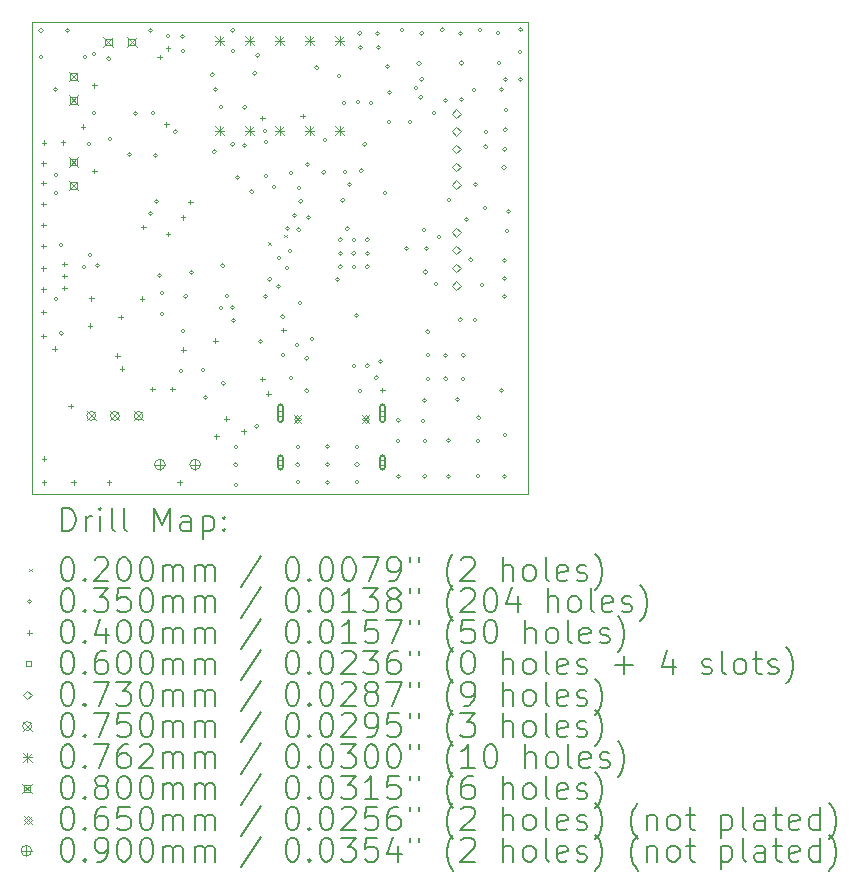
<source format=gbr>
%FSLAX45Y45*%
G04 Gerber Fmt 4.5, Leading zero omitted, Abs format (unit mm)*
G04 Created by KiCad (PCBNEW (6.0.4)) date 2023-01-05 00:39:57*
%MOMM*%
%LPD*%
G01*
G04 APERTURE LIST*
%TA.AperFunction,Profile*%
%ADD10C,0.100000*%
%TD*%
%ADD11C,0.200000*%
%ADD12C,0.020000*%
%ADD13C,0.035000*%
%ADD14C,0.040000*%
%ADD15C,0.060000*%
%ADD16C,0.073000*%
%ADD17C,0.075000*%
%ADD18C,0.076200*%
%ADD19C,0.080000*%
%ADD20C,0.065000*%
%ADD21C,0.090000*%
G04 APERTURE END LIST*
D10*
X3600000Y-3600000D02*
X7800000Y-3600000D01*
X7800000Y-3600000D02*
X7800000Y-7600000D01*
X7800000Y-7600000D02*
X3600000Y-7600000D01*
X3600000Y-7600000D02*
X3600000Y-3600000D01*
D11*
D12*
X5600000Y-5470000D02*
X5620000Y-5490000D01*
X5620000Y-5470000D02*
X5600000Y-5490000D01*
X5733538Y-5407461D02*
X5753538Y-5427461D01*
X5753538Y-5407461D02*
X5733538Y-5427461D01*
D13*
X3692500Y-3675000D02*
G75*
G03*
X3692500Y-3675000I-17500J0D01*
G01*
X3692500Y-3900000D02*
G75*
G03*
X3692500Y-3900000I-17500J0D01*
G01*
X3817500Y-4175000D02*
G75*
G03*
X3817500Y-4175000I-17500J0D01*
G01*
X3817500Y-4900000D02*
G75*
G03*
X3817500Y-4900000I-17500J0D01*
G01*
X3817500Y-5050000D02*
G75*
G03*
X3817500Y-5050000I-17500J0D01*
G01*
X3817500Y-5950000D02*
G75*
G03*
X3817500Y-5950000I-17500J0D01*
G01*
X3862500Y-5490000D02*
G75*
G03*
X3862500Y-5490000I-17500J0D01*
G01*
X3862500Y-6240000D02*
G75*
G03*
X3862500Y-6240000I-17500J0D01*
G01*
X3917500Y-3675000D02*
G75*
G03*
X3917500Y-3675000I-17500J0D01*
G01*
X4056100Y-5676900D02*
G75*
G03*
X4056100Y-5676900I-17500J0D01*
G01*
X4067500Y-3900000D02*
G75*
G03*
X4067500Y-3900000I-17500J0D01*
G01*
X4097500Y-4637150D02*
G75*
G03*
X4097500Y-4637150I-17500J0D01*
G01*
X4106900Y-5575300D02*
G75*
G03*
X4106900Y-5575300I-17500J0D01*
G01*
X4142500Y-3875000D02*
G75*
G03*
X4142500Y-3875000I-17500J0D01*
G01*
X4142500Y-4375000D02*
G75*
G03*
X4142500Y-4375000I-17500J0D01*
G01*
X4170400Y-5664200D02*
G75*
G03*
X4170400Y-5664200I-17500J0D01*
G01*
X4267500Y-3913250D02*
G75*
G03*
X4267500Y-3913250I-17500J0D01*
G01*
X4275542Y-4596405D02*
G75*
G03*
X4275542Y-4596405I-17500J0D01*
G01*
X4442500Y-4725000D02*
G75*
G03*
X4442500Y-4725000I-17500J0D01*
G01*
X4492500Y-4375000D02*
G75*
G03*
X4492500Y-4375000I-17500J0D01*
G01*
X4617500Y-3675000D02*
G75*
G03*
X4617500Y-3675000I-17500J0D01*
G01*
X4617500Y-5225000D02*
G75*
G03*
X4617500Y-5225000I-17500J0D01*
G01*
X4642500Y-4375000D02*
G75*
G03*
X4642500Y-4375000I-17500J0D01*
G01*
X4661750Y-4737100D02*
G75*
G03*
X4661750Y-4737100I-17500J0D01*
G01*
X4667500Y-5123482D02*
G75*
G03*
X4667500Y-5123482I-17500J0D01*
G01*
X4692500Y-5750000D02*
G75*
G03*
X4692500Y-5750000I-17500J0D01*
G01*
X4717500Y-5900000D02*
G75*
G03*
X4717500Y-5900000I-17500J0D01*
G01*
X4717500Y-6075000D02*
G75*
G03*
X4717500Y-6075000I-17500J0D01*
G01*
X4767500Y-3725000D02*
G75*
G03*
X4767500Y-3725000I-17500J0D01*
G01*
X4830800Y-4533900D02*
G75*
G03*
X4830800Y-4533900I-17500J0D01*
G01*
X4877500Y-6560000D02*
G75*
G03*
X4877500Y-6560000I-17500J0D01*
G01*
X4892500Y-3725000D02*
G75*
G03*
X4892500Y-3725000I-17500J0D01*
G01*
X4892500Y-3850000D02*
G75*
G03*
X4892500Y-3850000I-17500J0D01*
G01*
X4894214Y-6216525D02*
G75*
G03*
X4894214Y-6216525I-17500J0D01*
G01*
X4917500Y-5925000D02*
G75*
G03*
X4917500Y-5925000I-17500J0D01*
G01*
X4967500Y-5725000D02*
G75*
G03*
X4967500Y-5725000I-17500J0D01*
G01*
X5061940Y-6550660D02*
G75*
G03*
X5061940Y-6550660I-17500J0D01*
G01*
X5084800Y-6781800D02*
G75*
G03*
X5084800Y-6781800I-17500J0D01*
G01*
X5142500Y-4050000D02*
G75*
G03*
X5142500Y-4050000I-17500J0D01*
G01*
X5157500Y-4700000D02*
G75*
G03*
X5157500Y-4700000I-17500J0D01*
G01*
X5167500Y-4175000D02*
G75*
G03*
X5167500Y-4175000I-17500J0D01*
G01*
X5217500Y-4325000D02*
G75*
G03*
X5217500Y-4325000I-17500J0D01*
G01*
X5217500Y-6025000D02*
G75*
G03*
X5217500Y-6025000I-17500J0D01*
G01*
X5232500Y-5665218D02*
G75*
G03*
X5232500Y-5665218I-17500J0D01*
G01*
X5236890Y-6660000D02*
G75*
G03*
X5236890Y-6660000I-17500J0D01*
G01*
X5267500Y-5925000D02*
G75*
G03*
X5267500Y-5925000I-17500J0D01*
G01*
X5313400Y-6019800D02*
G75*
G03*
X5313400Y-6019800I-17500J0D01*
G01*
X5317500Y-3675000D02*
G75*
G03*
X5317500Y-3675000I-17500J0D01*
G01*
X5317500Y-3850000D02*
G75*
G03*
X5317500Y-3850000I-17500J0D01*
G01*
X5317500Y-4640000D02*
G75*
G03*
X5317500Y-4640000I-17500J0D01*
G01*
X5322500Y-6130000D02*
G75*
G03*
X5322500Y-6130000I-17500J0D01*
G01*
X5342500Y-7200000D02*
G75*
G03*
X5342500Y-7200000I-17500J0D01*
G01*
X5342500Y-7350000D02*
G75*
G03*
X5342500Y-7350000I-17500J0D01*
G01*
X5342500Y-7525000D02*
G75*
G03*
X5342500Y-7525000I-17500J0D01*
G01*
X5357500Y-4920000D02*
G75*
G03*
X5357500Y-4920000I-17500J0D01*
G01*
X5413500Y-4649000D02*
G75*
G03*
X5413500Y-4649000I-17500J0D01*
G01*
X5417500Y-4325000D02*
G75*
G03*
X5417500Y-4325000I-17500J0D01*
G01*
X5477500Y-5040000D02*
G75*
G03*
X5477500Y-5040000I-17500J0D01*
G01*
X5503900Y-4038600D02*
G75*
G03*
X5503900Y-4038600I-17500J0D01*
G01*
X5517500Y-7025000D02*
G75*
G03*
X5517500Y-7025000I-17500J0D01*
G01*
X5529300Y-3886200D02*
G75*
G03*
X5529300Y-3886200I-17500J0D01*
G01*
X5552500Y-6310000D02*
G75*
G03*
X5552500Y-6310000I-17500J0D01*
G01*
X5588500Y-4526000D02*
G75*
G03*
X5588500Y-4526000I-17500J0D01*
G01*
X5592500Y-5925000D02*
G75*
G03*
X5592500Y-5925000I-17500J0D01*
G01*
X5597500Y-4620000D02*
G75*
G03*
X5597500Y-4620000I-17500J0D01*
G01*
X5597500Y-4910000D02*
G75*
G03*
X5597500Y-4910000I-17500J0D01*
G01*
X5627500Y-5780000D02*
G75*
G03*
X5627500Y-5780000I-17500J0D01*
G01*
X5667500Y-5000000D02*
G75*
G03*
X5667500Y-5000000I-17500J0D01*
G01*
X5702500Y-5840000D02*
G75*
G03*
X5702500Y-5840000I-17500J0D01*
G01*
X5707500Y-5601900D02*
G75*
G03*
X5707500Y-5601900I-17500J0D01*
G01*
X5737500Y-6100000D02*
G75*
G03*
X5737500Y-6100000I-17500J0D01*
G01*
X5742500Y-6425000D02*
G75*
G03*
X5742500Y-6425000I-17500J0D01*
G01*
X5774951Y-5683016D02*
G75*
G03*
X5774951Y-5683016I-17500J0D01*
G01*
X5777950Y-5349580D02*
G75*
G03*
X5777950Y-5349580I-17500J0D01*
G01*
X5797500Y-5541950D02*
G75*
G03*
X5797500Y-5541950I-17500J0D01*
G01*
X5807500Y-4880000D02*
G75*
G03*
X5807500Y-4880000I-17500J0D01*
G01*
X5808700Y-6616700D02*
G75*
G03*
X5808700Y-6616700I-17500J0D01*
G01*
X5840325Y-5242392D02*
G75*
G03*
X5840325Y-5242392I-17500J0D01*
G01*
X5859500Y-6337300D02*
G75*
G03*
X5859500Y-6337300I-17500J0D01*
G01*
X5867500Y-7200000D02*
G75*
G03*
X5867500Y-7200000I-17500J0D01*
G01*
X5867500Y-7350000D02*
G75*
G03*
X5867500Y-7350000I-17500J0D01*
G01*
X5867500Y-7500000D02*
G75*
G03*
X5867500Y-7500000I-17500J0D01*
G01*
X5874783Y-5007717D02*
G75*
G03*
X5874783Y-5007717I-17500J0D01*
G01*
X5875176Y-5362025D02*
G75*
G03*
X5875176Y-5362025I-17500J0D01*
G01*
X5884900Y-5981700D02*
G75*
G03*
X5884900Y-5981700I-17500J0D01*
G01*
X5890250Y-5120000D02*
G75*
G03*
X5890250Y-5120000I-17500J0D01*
G01*
X5942500Y-6450000D02*
G75*
G03*
X5942500Y-6450000I-17500J0D01*
G01*
X5942500Y-6725000D02*
G75*
G03*
X5942500Y-6725000I-17500J0D01*
G01*
X5947500Y-4810000D02*
G75*
G03*
X5947500Y-4810000I-17500J0D01*
G01*
X5957500Y-5260000D02*
G75*
G03*
X5957500Y-5260000I-17500J0D01*
G01*
X5986500Y-6286500D02*
G75*
G03*
X5986500Y-6286500I-17500J0D01*
G01*
X6027500Y-3990000D02*
G75*
G03*
X6027500Y-3990000I-17500J0D01*
G01*
X6088000Y-4876900D02*
G75*
G03*
X6088000Y-4876900I-17500J0D01*
G01*
X6097500Y-4600000D02*
G75*
G03*
X6097500Y-4600000I-17500J0D01*
G01*
X6117500Y-7200000D02*
G75*
G03*
X6117500Y-7200000I-17500J0D01*
G01*
X6117500Y-7350000D02*
G75*
G03*
X6117500Y-7350000I-17500J0D01*
G01*
X6117500Y-7500000D02*
G75*
G03*
X6117500Y-7500000I-17500J0D01*
G01*
X6202400Y-5783580D02*
G75*
G03*
X6202400Y-5783580I-17500J0D01*
G01*
X6217500Y-4060000D02*
G75*
G03*
X6217500Y-4060000I-17500J0D01*
G01*
X6227800Y-5448300D02*
G75*
G03*
X6227800Y-5448300I-17500J0D01*
G01*
X6227800Y-5562600D02*
G75*
G03*
X6227800Y-5562600I-17500J0D01*
G01*
X6227800Y-5676900D02*
G75*
G03*
X6227800Y-5676900I-17500J0D01*
G01*
X6248014Y-5113430D02*
G75*
G03*
X6248014Y-5113430I-17500J0D01*
G01*
X6257500Y-4290000D02*
G75*
G03*
X6257500Y-4290000I-17500J0D01*
G01*
X6267500Y-4875000D02*
G75*
G03*
X6267500Y-4875000I-17500J0D01*
G01*
X6283680Y-5351780D02*
G75*
G03*
X6283680Y-5351780I-17500J0D01*
G01*
X6302500Y-4980000D02*
G75*
G03*
X6302500Y-4980000I-17500J0D01*
G01*
X6342100Y-5448300D02*
G75*
G03*
X6342100Y-5448300I-17500J0D01*
G01*
X6342100Y-5562600D02*
G75*
G03*
X6342100Y-5562600I-17500J0D01*
G01*
X6342100Y-5676900D02*
G75*
G03*
X6342100Y-5676900I-17500J0D01*
G01*
X6342100Y-6515100D02*
G75*
G03*
X6342100Y-6515100I-17500J0D01*
G01*
X6366283Y-6088067D02*
G75*
G03*
X6366283Y-6088067I-17500J0D01*
G01*
X6367500Y-7200000D02*
G75*
G03*
X6367500Y-7200000I-17500J0D01*
G01*
X6367500Y-7350000D02*
G75*
G03*
X6367500Y-7350000I-17500J0D01*
G01*
X6367500Y-7500000D02*
G75*
G03*
X6367500Y-7500000I-17500J0D01*
G01*
X6377500Y-4280000D02*
G75*
G03*
X6377500Y-4280000I-17500J0D01*
G01*
X6392500Y-3700000D02*
G75*
G03*
X6392500Y-3700000I-17500J0D01*
G01*
X6392500Y-6725000D02*
G75*
G03*
X6392500Y-6725000I-17500J0D01*
G01*
X6397500Y-3820000D02*
G75*
G03*
X6397500Y-3820000I-17500J0D01*
G01*
X6405600Y-4864100D02*
G75*
G03*
X6405600Y-4864100I-17500J0D01*
G01*
X6434120Y-4639244D02*
G75*
G03*
X6434120Y-4639244I-17500J0D01*
G01*
X6456400Y-5448300D02*
G75*
G03*
X6456400Y-5448300I-17500J0D01*
G01*
X6456400Y-5562600D02*
G75*
G03*
X6456400Y-5562600I-17500J0D01*
G01*
X6456400Y-5676900D02*
G75*
G03*
X6456400Y-5676900I-17500J0D01*
G01*
X6456400Y-6515100D02*
G75*
G03*
X6456400Y-6515100I-17500J0D01*
G01*
X6483531Y-4290000D02*
G75*
G03*
X6483531Y-4290000I-17500J0D01*
G01*
X6532600Y-6616700D02*
G75*
G03*
X6532600Y-6616700I-17500J0D01*
G01*
X6542500Y-3700000D02*
G75*
G03*
X6542500Y-3700000I-17500J0D01*
G01*
X6547500Y-3820000D02*
G75*
G03*
X6547500Y-3820000I-17500J0D01*
G01*
X6567500Y-6475000D02*
G75*
G03*
X6567500Y-6475000I-17500J0D01*
G01*
X6603432Y-5051036D02*
G75*
G03*
X6603432Y-5051036I-17500J0D01*
G01*
X6627500Y-3980000D02*
G75*
G03*
X6627500Y-3980000I-17500J0D01*
G01*
X6637500Y-4450000D02*
G75*
G03*
X6637500Y-4450000I-17500J0D01*
G01*
X6642500Y-4200000D02*
G75*
G03*
X6642500Y-4200000I-17500J0D01*
G01*
X6717500Y-6975000D02*
G75*
G03*
X6717500Y-6975000I-17500J0D01*
G01*
X6717500Y-7150000D02*
G75*
G03*
X6717500Y-7150000I-17500J0D01*
G01*
X6717500Y-7450000D02*
G75*
G03*
X6717500Y-7450000I-17500J0D01*
G01*
X6748500Y-3670300D02*
G75*
G03*
X6748500Y-3670300I-17500J0D01*
G01*
X6786550Y-5522550D02*
G75*
G03*
X6786550Y-5522550I-17500J0D01*
G01*
X6817500Y-4450000D02*
G75*
G03*
X6817500Y-4450000I-17500J0D01*
G01*
X6867500Y-4165000D02*
G75*
G03*
X6867500Y-4165000I-17500J0D01*
G01*
X6892500Y-3955000D02*
G75*
G03*
X6892500Y-3955000I-17500J0D01*
G01*
X6907500Y-4240000D02*
G75*
G03*
X6907500Y-4240000I-17500J0D01*
G01*
X6916900Y-4089400D02*
G75*
G03*
X6916900Y-4089400I-17500J0D01*
G01*
X6917500Y-3700000D02*
G75*
G03*
X6917500Y-3700000I-17500J0D01*
G01*
X6927500Y-6980000D02*
G75*
G03*
X6927500Y-6980000I-17500J0D01*
G01*
X6937500Y-5365000D02*
G75*
G03*
X6937500Y-5365000I-17500J0D01*
G01*
X6939000Y-6807200D02*
G75*
G03*
X6939000Y-6807200I-17500J0D01*
G01*
X6942500Y-7150000D02*
G75*
G03*
X6942500Y-7150000I-17500J0D01*
G01*
X6942500Y-7450000D02*
G75*
G03*
X6942500Y-7450000I-17500J0D01*
G01*
X6947500Y-5720000D02*
G75*
G03*
X6947500Y-5720000I-17500J0D01*
G01*
X6957500Y-5522650D02*
G75*
G03*
X6957500Y-5522650I-17500J0D01*
G01*
X6967500Y-6225000D02*
G75*
G03*
X6967500Y-6225000I-17500J0D01*
G01*
X6967500Y-6425000D02*
G75*
G03*
X6967500Y-6425000I-17500J0D01*
G01*
X6967500Y-6625000D02*
G75*
G03*
X6967500Y-6625000I-17500J0D01*
G01*
X7017500Y-4375000D02*
G75*
G03*
X7017500Y-4375000I-17500J0D01*
G01*
X7037500Y-5820000D02*
G75*
G03*
X7037500Y-5820000I-17500J0D01*
G01*
X7062500Y-5425000D02*
G75*
G03*
X7062500Y-5425000I-17500J0D01*
G01*
X7091400Y-3670300D02*
G75*
G03*
X7091400Y-3670300I-17500J0D01*
G01*
X7117500Y-4265000D02*
G75*
G03*
X7117500Y-4265000I-17500J0D01*
G01*
X7117500Y-6425000D02*
G75*
G03*
X7117500Y-6425000I-17500J0D01*
G01*
X7117500Y-6625000D02*
G75*
G03*
X7117500Y-6625000I-17500J0D01*
G01*
X7142500Y-7150000D02*
G75*
G03*
X7142500Y-7150000I-17500J0D01*
G01*
X7142500Y-7450000D02*
G75*
G03*
X7142500Y-7450000I-17500J0D01*
G01*
X7147500Y-5110000D02*
G75*
G03*
X7147500Y-5110000I-17500J0D01*
G01*
X7217500Y-6800000D02*
G75*
G03*
X7217500Y-6800000I-17500J0D01*
G01*
X7242500Y-3700000D02*
G75*
G03*
X7242500Y-3700000I-17500J0D01*
G01*
X7242500Y-6125000D02*
G75*
G03*
X7242500Y-6125000I-17500J0D01*
G01*
X7252500Y-3950000D02*
G75*
G03*
X7252500Y-3950000I-17500J0D01*
G01*
X7252500Y-4260000D02*
G75*
G03*
X7252500Y-4260000I-17500J0D01*
G01*
X7267500Y-6425000D02*
G75*
G03*
X7267500Y-6425000I-17500J0D01*
G01*
X7267500Y-6625000D02*
G75*
G03*
X7267500Y-6625000I-17500J0D01*
G01*
X7292500Y-5275000D02*
G75*
G03*
X7292500Y-5275000I-17500J0D01*
G01*
X7332500Y-5615000D02*
G75*
G03*
X7332500Y-5615000I-17500J0D01*
G01*
X7357500Y-4179250D02*
G75*
G03*
X7357500Y-4179250I-17500J0D01*
G01*
X7367500Y-6125000D02*
G75*
G03*
X7367500Y-6125000I-17500J0D01*
G01*
X7372500Y-4980000D02*
G75*
G03*
X7372500Y-4980000I-17500J0D01*
G01*
X7392500Y-7150000D02*
G75*
G03*
X7392500Y-7150000I-17500J0D01*
G01*
X7392500Y-7450000D02*
G75*
G03*
X7392500Y-7450000I-17500J0D01*
G01*
X7397500Y-6955000D02*
G75*
G03*
X7397500Y-6955000I-17500J0D01*
G01*
X7408900Y-3670300D02*
G75*
G03*
X7408900Y-3670300I-17500J0D01*
G01*
X7427500Y-5830000D02*
G75*
G03*
X7427500Y-5830000I-17500J0D01*
G01*
X7452500Y-5180000D02*
G75*
G03*
X7452500Y-5180000I-17500J0D01*
G01*
X7457500Y-4535000D02*
G75*
G03*
X7457500Y-4535000I-17500J0D01*
G01*
X7457500Y-4660000D02*
G75*
G03*
X7457500Y-4660000I-17500J0D01*
G01*
X7561300Y-3695700D02*
G75*
G03*
X7561300Y-3695700I-17500J0D01*
G01*
X7567500Y-3950000D02*
G75*
G03*
X7567500Y-3950000I-17500J0D01*
G01*
X7592500Y-4175000D02*
G75*
G03*
X7592500Y-4175000I-17500J0D01*
G01*
X7592500Y-6725000D02*
G75*
G03*
X7592500Y-6725000I-17500J0D01*
G01*
X7612500Y-4835000D02*
G75*
G03*
X7612500Y-4835000I-17500J0D01*
G01*
X7617500Y-4680000D02*
G75*
G03*
X7617500Y-4680000I-17500J0D01*
G01*
X7617500Y-5625000D02*
G75*
G03*
X7617500Y-5625000I-17500J0D01*
G01*
X7617500Y-5775000D02*
G75*
G03*
X7617500Y-5775000I-17500J0D01*
G01*
X7617500Y-5925000D02*
G75*
G03*
X7617500Y-5925000I-17500J0D01*
G01*
X7617500Y-7100000D02*
G75*
G03*
X7617500Y-7100000I-17500J0D01*
G01*
X7617500Y-7450000D02*
G75*
G03*
X7617500Y-7450000I-17500J0D01*
G01*
X7622500Y-4515000D02*
G75*
G03*
X7622500Y-4515000I-17500J0D01*
G01*
X7624800Y-4089400D02*
G75*
G03*
X7624800Y-4089400I-17500J0D01*
G01*
X7627500Y-4350000D02*
G75*
G03*
X7627500Y-4350000I-17500J0D01*
G01*
X7637500Y-5370000D02*
G75*
G03*
X7637500Y-5370000I-17500J0D01*
G01*
X7651450Y-5210000D02*
G75*
G03*
X7651450Y-5210000I-17500J0D01*
G01*
X7747500Y-3855000D02*
G75*
G03*
X7747500Y-3855000I-17500J0D01*
G01*
X7752500Y-3670000D02*
G75*
G03*
X7752500Y-3670000I-17500J0D01*
G01*
X7752500Y-4090000D02*
G75*
G03*
X7752500Y-4090000I-17500J0D01*
G01*
D14*
X3695700Y-4780600D02*
X3695700Y-4820600D01*
X3675700Y-4800600D02*
X3715700Y-4800600D01*
X3695700Y-4945700D02*
X3695700Y-4985700D01*
X3675700Y-4965700D02*
X3715700Y-4965700D01*
X3695700Y-5123500D02*
X3695700Y-5163500D01*
X3675700Y-5143500D02*
X3715700Y-5143500D01*
X3695700Y-5301300D02*
X3695700Y-5341300D01*
X3675700Y-5321300D02*
X3715700Y-5321300D01*
X3695700Y-5479100D02*
X3695700Y-5519100D01*
X3675700Y-5499100D02*
X3715700Y-5499100D01*
X3695700Y-5669600D02*
X3695700Y-5709600D01*
X3675700Y-5689600D02*
X3715700Y-5689600D01*
X3695700Y-5847400D02*
X3695700Y-5887400D01*
X3675700Y-5867400D02*
X3715700Y-5867400D01*
X3695700Y-6037900D02*
X3695700Y-6077900D01*
X3675700Y-6057900D02*
X3715700Y-6057900D01*
X3695700Y-6241100D02*
X3695700Y-6281100D01*
X3675700Y-6261100D02*
X3715700Y-6261100D01*
X3700000Y-4605000D02*
X3700000Y-4645000D01*
X3680000Y-4625000D02*
X3720000Y-4625000D01*
X3700000Y-7280000D02*
X3700000Y-7320000D01*
X3680000Y-7300000D02*
X3720000Y-7300000D01*
X3700000Y-7480000D02*
X3700000Y-7520000D01*
X3680000Y-7500000D02*
X3720000Y-7500000D01*
X3790750Y-6348850D02*
X3790750Y-6388850D01*
X3770750Y-6368850D02*
X3810750Y-6368850D01*
X3860800Y-4602800D02*
X3860800Y-4642800D01*
X3840800Y-4622800D02*
X3880800Y-4622800D01*
X3873500Y-5631500D02*
X3873500Y-5671500D01*
X3853500Y-5651500D02*
X3893500Y-5651500D01*
X3873500Y-5733100D02*
X3873500Y-5773100D01*
X3853500Y-5753100D02*
X3893500Y-5753100D01*
X3873500Y-5834700D02*
X3873500Y-5874700D01*
X3853500Y-5854700D02*
X3893500Y-5854700D01*
X3925000Y-6835000D02*
X3925000Y-6875000D01*
X3905000Y-6855000D02*
X3945000Y-6855000D01*
X3950000Y-7480000D02*
X3950000Y-7520000D01*
X3930000Y-7500000D02*
X3970000Y-7500000D01*
X4030000Y-4470000D02*
X4030000Y-4510000D01*
X4010000Y-4490000D02*
X4050000Y-4490000D01*
X4089400Y-6153500D02*
X4089400Y-6193500D01*
X4069400Y-6173500D02*
X4109400Y-6173500D01*
X4102100Y-5923600D02*
X4102100Y-5963600D01*
X4082100Y-5943600D02*
X4122100Y-5943600D01*
X4125000Y-4120200D02*
X4125000Y-4160200D01*
X4105000Y-4140200D02*
X4145000Y-4140200D01*
X4127500Y-4844100D02*
X4127500Y-4884100D01*
X4107500Y-4864100D02*
X4147500Y-4864100D01*
X4250000Y-7480000D02*
X4250000Y-7520000D01*
X4230000Y-7500000D02*
X4270000Y-7500000D01*
X4320000Y-6410000D02*
X4320000Y-6450000D01*
X4300000Y-6430000D02*
X4340000Y-6430000D01*
X4350000Y-6080000D02*
X4350000Y-6120000D01*
X4330000Y-6100000D02*
X4370000Y-6100000D01*
X4360000Y-6520000D02*
X4360000Y-6560000D01*
X4340000Y-6540000D02*
X4380000Y-6540000D01*
X4529396Y-5925604D02*
X4529396Y-5965604D01*
X4509396Y-5945604D02*
X4549396Y-5945604D01*
X4540000Y-5320000D02*
X4540000Y-5360000D01*
X4520000Y-5340000D02*
X4560000Y-5340000D01*
X4617240Y-6690000D02*
X4617240Y-6730000D01*
X4597240Y-6710000D02*
X4637240Y-6710000D01*
X4680000Y-3880000D02*
X4680000Y-3920000D01*
X4660000Y-3900000D02*
X4700000Y-3900000D01*
X4737100Y-4450400D02*
X4737100Y-4490400D01*
X4717100Y-4470400D02*
X4757100Y-4470400D01*
X4749800Y-5377500D02*
X4749800Y-5417500D01*
X4729800Y-5397500D02*
X4769800Y-5397500D01*
X4750000Y-3805000D02*
X4750000Y-3845000D01*
X4730000Y-3825000D02*
X4770000Y-3825000D01*
X4787140Y-6690000D02*
X4787140Y-6730000D01*
X4767140Y-6710000D02*
X4807140Y-6710000D01*
X4850000Y-7480000D02*
X4850000Y-7520000D01*
X4830000Y-7500000D02*
X4870000Y-7500000D01*
X4876800Y-5237800D02*
X4876800Y-5277800D01*
X4856800Y-5257800D02*
X4896800Y-5257800D01*
X4881072Y-6356650D02*
X4881072Y-6396650D01*
X4861072Y-6376650D02*
X4901072Y-6376650D01*
X4940382Y-5108206D02*
X4940382Y-5148206D01*
X4920382Y-5128206D02*
X4960382Y-5128206D01*
X5150734Y-6282201D02*
X5150734Y-6322201D01*
X5130734Y-6302201D02*
X5170734Y-6302201D01*
X5160000Y-7090000D02*
X5160000Y-7130000D01*
X5140000Y-7110000D02*
X5180000Y-7110000D01*
X5243850Y-6942668D02*
X5243850Y-6982668D01*
X5223850Y-6962668D02*
X5263850Y-6962668D01*
X5390000Y-7050000D02*
X5390000Y-7090000D01*
X5370000Y-7070000D02*
X5410000Y-7070000D01*
X5549900Y-4396600D02*
X5549900Y-4436600D01*
X5529900Y-4416600D02*
X5569900Y-4416600D01*
X5550000Y-6605000D02*
X5550000Y-6645000D01*
X5530000Y-6625000D02*
X5570000Y-6625000D01*
X5600000Y-6730000D02*
X5600000Y-6770000D01*
X5580000Y-6750000D02*
X5620000Y-6750000D01*
X5727700Y-6190300D02*
X5727700Y-6230300D01*
X5707700Y-6210300D02*
X5747700Y-6210300D01*
X5890000Y-4380000D02*
X5890000Y-4420000D01*
X5870000Y-4400000D02*
X5910000Y-4400000D01*
X6565900Y-6698300D02*
X6565900Y-6738300D01*
X6545900Y-6718300D02*
X6585900Y-6718300D01*
D15*
X5723313Y-6936113D02*
X5723313Y-6893687D01*
X5680887Y-6893687D01*
X5680887Y-6936113D01*
X5723313Y-6936113D01*
D11*
X5722100Y-6969900D02*
X5722100Y-6859900D01*
X5682100Y-6969900D02*
X5682100Y-6859900D01*
X5722100Y-6859900D02*
G75*
G03*
X5682100Y-6859900I-20000J0D01*
G01*
X5682100Y-6969900D02*
G75*
G03*
X5722100Y-6969900I20000J0D01*
G01*
D15*
X5723313Y-7354113D02*
X5723313Y-7311687D01*
X5680887Y-7311687D01*
X5680887Y-7354113D01*
X5723313Y-7354113D01*
D11*
X5722100Y-7372900D02*
X5722100Y-7292900D01*
X5682100Y-7372900D02*
X5682100Y-7292900D01*
X5722100Y-7292900D02*
G75*
G03*
X5682100Y-7292900I-20000J0D01*
G01*
X5682100Y-7372900D02*
G75*
G03*
X5722100Y-7372900I20000J0D01*
G01*
D15*
X6587313Y-6936113D02*
X6587313Y-6893687D01*
X6544887Y-6893687D01*
X6544887Y-6936113D01*
X6587313Y-6936113D01*
D11*
X6586100Y-6969900D02*
X6586100Y-6859900D01*
X6546100Y-6969900D02*
X6546100Y-6859900D01*
X6586100Y-6859900D02*
G75*
G03*
X6546100Y-6859900I-20000J0D01*
G01*
X6546100Y-6969900D02*
G75*
G03*
X6586100Y-6969900I20000J0D01*
G01*
D15*
X6587313Y-7354113D02*
X6587313Y-7311687D01*
X6544887Y-7311687D01*
X6544887Y-7354113D01*
X6587313Y-7354113D01*
D11*
X6586100Y-7372900D02*
X6586100Y-7292900D01*
X6546100Y-7372900D02*
X6546100Y-7292900D01*
X6586100Y-7292900D02*
G75*
G03*
X6546100Y-7292900I-20000J0D01*
G01*
X6546100Y-7372900D02*
G75*
G03*
X6586100Y-7372900I20000J0D01*
G01*
D16*
X7190000Y-4416500D02*
X7226500Y-4380000D01*
X7190000Y-4343500D01*
X7153500Y-4380000D01*
X7190000Y-4416500D01*
X7190000Y-4566500D02*
X7226500Y-4530000D01*
X7190000Y-4493500D01*
X7153500Y-4530000D01*
X7190000Y-4566500D01*
X7190000Y-4716500D02*
X7226500Y-4680000D01*
X7190000Y-4643500D01*
X7153500Y-4680000D01*
X7190000Y-4716500D01*
X7190000Y-4866500D02*
X7226500Y-4830000D01*
X7190000Y-4793500D01*
X7153500Y-4830000D01*
X7190000Y-4866500D01*
X7190000Y-5016500D02*
X7226500Y-4980000D01*
X7190000Y-4943500D01*
X7153500Y-4980000D01*
X7190000Y-5016500D01*
X7190000Y-5421500D02*
X7226500Y-5385000D01*
X7190000Y-5348500D01*
X7153500Y-5385000D01*
X7190000Y-5421500D01*
X7190000Y-5571500D02*
X7226500Y-5535000D01*
X7190000Y-5498500D01*
X7153500Y-5535000D01*
X7190000Y-5571500D01*
X7190000Y-5721500D02*
X7226500Y-5685000D01*
X7190000Y-5648500D01*
X7153500Y-5685000D01*
X7190000Y-5721500D01*
X7190000Y-5871500D02*
X7226500Y-5835000D01*
X7190000Y-5798500D01*
X7153500Y-5835000D01*
X7190000Y-5871500D01*
D17*
X4062500Y-6900620D02*
X4137500Y-6975620D01*
X4137500Y-6900620D02*
X4062500Y-6975620D01*
X4137500Y-6938120D02*
G75*
G03*
X4137500Y-6938120I-37500J0D01*
G01*
X4262500Y-6900620D02*
X4337500Y-6975620D01*
X4337500Y-6900620D02*
X4262500Y-6975620D01*
X4337500Y-6938120D02*
G75*
G03*
X4337500Y-6938120I-37500J0D01*
G01*
X4462500Y-6900620D02*
X4537500Y-6975620D01*
X4537500Y-6900620D02*
X4462500Y-6975620D01*
X4537500Y-6938120D02*
G75*
G03*
X4537500Y-6938120I-37500J0D01*
G01*
D18*
X5151500Y-3722800D02*
X5227700Y-3799000D01*
X5227700Y-3722800D02*
X5151500Y-3799000D01*
X5189600Y-3722800D02*
X5189600Y-3799000D01*
X5151500Y-3760900D02*
X5227700Y-3760900D01*
X5151500Y-4484800D02*
X5227700Y-4561000D01*
X5227700Y-4484800D02*
X5151500Y-4561000D01*
X5189600Y-4484800D02*
X5189600Y-4561000D01*
X5151500Y-4522900D02*
X5227700Y-4522900D01*
X5405500Y-3722800D02*
X5481700Y-3799000D01*
X5481700Y-3722800D02*
X5405500Y-3799000D01*
X5443600Y-3722800D02*
X5443600Y-3799000D01*
X5405500Y-3760900D02*
X5481700Y-3760900D01*
X5405500Y-4484800D02*
X5481700Y-4561000D01*
X5481700Y-4484800D02*
X5405500Y-4561000D01*
X5443600Y-4484800D02*
X5443600Y-4561000D01*
X5405500Y-4522900D02*
X5481700Y-4522900D01*
X5659500Y-3722800D02*
X5735700Y-3799000D01*
X5735700Y-3722800D02*
X5659500Y-3799000D01*
X5697600Y-3722800D02*
X5697600Y-3799000D01*
X5659500Y-3760900D02*
X5735700Y-3760900D01*
X5659500Y-4484800D02*
X5735700Y-4561000D01*
X5735700Y-4484800D02*
X5659500Y-4561000D01*
X5697600Y-4484800D02*
X5697600Y-4561000D01*
X5659500Y-4522900D02*
X5735700Y-4522900D01*
X5913500Y-3722800D02*
X5989700Y-3799000D01*
X5989700Y-3722800D02*
X5913500Y-3799000D01*
X5951600Y-3722800D02*
X5951600Y-3799000D01*
X5913500Y-3760900D02*
X5989700Y-3760900D01*
X5913500Y-4484800D02*
X5989700Y-4561000D01*
X5989700Y-4484800D02*
X5913500Y-4561000D01*
X5951600Y-4484800D02*
X5951600Y-4561000D01*
X5913500Y-4522900D02*
X5989700Y-4522900D01*
X6167500Y-3722800D02*
X6243700Y-3799000D01*
X6243700Y-3722800D02*
X6167500Y-3799000D01*
X6205600Y-3722800D02*
X6205600Y-3799000D01*
X6167500Y-3760900D02*
X6243700Y-3760900D01*
X6167500Y-4484800D02*
X6243700Y-4561000D01*
X6243700Y-4484800D02*
X6167500Y-4561000D01*
X6205600Y-4484800D02*
X6205600Y-4561000D01*
X6167500Y-4522900D02*
X6243700Y-4522900D01*
D19*
X3909700Y-4025600D02*
X3989700Y-4105600D01*
X3989700Y-4025600D02*
X3909700Y-4105600D01*
X3977984Y-4093884D02*
X3977984Y-4037315D01*
X3921415Y-4037315D01*
X3921415Y-4093884D01*
X3977984Y-4093884D01*
X3909700Y-4225600D02*
X3989700Y-4305600D01*
X3989700Y-4225600D02*
X3909700Y-4305600D01*
X3977984Y-4293885D02*
X3977984Y-4237316D01*
X3921415Y-4237316D01*
X3921415Y-4293885D01*
X3977984Y-4293885D01*
X3909700Y-4749500D02*
X3989700Y-4829500D01*
X3989700Y-4749500D02*
X3909700Y-4829500D01*
X3977984Y-4817785D02*
X3977984Y-4761216D01*
X3921415Y-4761216D01*
X3921415Y-4817785D01*
X3977984Y-4817785D01*
X3909700Y-4949500D02*
X3989700Y-5029500D01*
X3989700Y-4949500D02*
X3909700Y-5029500D01*
X3977984Y-5017785D02*
X3977984Y-4961216D01*
X3921415Y-4961216D01*
X3921415Y-5017785D01*
X3977984Y-5017785D01*
X4203400Y-3731900D02*
X4283400Y-3811900D01*
X4283400Y-3731900D02*
X4203400Y-3811900D01*
X4271685Y-3800184D02*
X4271685Y-3743615D01*
X4215116Y-3743615D01*
X4215116Y-3800184D01*
X4271685Y-3800184D01*
X4403400Y-3731900D02*
X4483400Y-3811900D01*
X4483400Y-3731900D02*
X4403400Y-3811900D01*
X4471685Y-3800184D02*
X4471685Y-3743615D01*
X4415116Y-3743615D01*
X4415116Y-3800184D01*
X4471685Y-3800184D01*
D20*
X5812600Y-6932400D02*
X5877600Y-6997400D01*
X5877600Y-6932400D02*
X5812600Y-6997400D01*
X5845100Y-6997400D02*
X5877600Y-6964900D01*
X5845100Y-6932400D01*
X5812600Y-6964900D01*
X5845100Y-6997400D01*
X6390600Y-6932400D02*
X6455600Y-6997400D01*
X6455600Y-6932400D02*
X6390600Y-6997400D01*
X6423100Y-6997400D02*
X6455600Y-6964900D01*
X6423100Y-6932400D01*
X6390600Y-6964900D01*
X6423100Y-6997400D01*
D21*
X4680000Y-7305000D02*
X4680000Y-7395000D01*
X4635000Y-7350000D02*
X4725000Y-7350000D01*
X4725000Y-7350000D02*
G75*
G03*
X4725000Y-7350000I-45000J0D01*
G01*
X4980000Y-7305000D02*
X4980000Y-7395000D01*
X4935000Y-7350000D02*
X5025000Y-7350000D01*
X5025000Y-7350000D02*
G75*
G03*
X5025000Y-7350000I-45000J0D01*
G01*
D11*
X3852619Y-7915476D02*
X3852619Y-7715476D01*
X3900238Y-7715476D01*
X3928809Y-7725000D01*
X3947857Y-7744048D01*
X3957381Y-7763095D01*
X3966905Y-7801190D01*
X3966905Y-7829762D01*
X3957381Y-7867857D01*
X3947857Y-7886905D01*
X3928809Y-7905952D01*
X3900238Y-7915476D01*
X3852619Y-7915476D01*
X4052619Y-7915476D02*
X4052619Y-7782143D01*
X4052619Y-7820238D02*
X4062143Y-7801190D01*
X4071667Y-7791667D01*
X4090714Y-7782143D01*
X4109762Y-7782143D01*
X4176428Y-7915476D02*
X4176428Y-7782143D01*
X4176428Y-7715476D02*
X4166905Y-7725000D01*
X4176428Y-7734524D01*
X4185952Y-7725000D01*
X4176428Y-7715476D01*
X4176428Y-7734524D01*
X4300238Y-7915476D02*
X4281190Y-7905952D01*
X4271667Y-7886905D01*
X4271667Y-7715476D01*
X4405000Y-7915476D02*
X4385952Y-7905952D01*
X4376429Y-7886905D01*
X4376429Y-7715476D01*
X4633571Y-7915476D02*
X4633571Y-7715476D01*
X4700238Y-7858333D01*
X4766905Y-7715476D01*
X4766905Y-7915476D01*
X4947857Y-7915476D02*
X4947857Y-7810714D01*
X4938333Y-7791667D01*
X4919286Y-7782143D01*
X4881190Y-7782143D01*
X4862143Y-7791667D01*
X4947857Y-7905952D02*
X4928810Y-7915476D01*
X4881190Y-7915476D01*
X4862143Y-7905952D01*
X4852619Y-7886905D01*
X4852619Y-7867857D01*
X4862143Y-7848809D01*
X4881190Y-7839286D01*
X4928810Y-7839286D01*
X4947857Y-7829762D01*
X5043095Y-7782143D02*
X5043095Y-7982143D01*
X5043095Y-7791667D02*
X5062143Y-7782143D01*
X5100238Y-7782143D01*
X5119286Y-7791667D01*
X5128810Y-7801190D01*
X5138333Y-7820238D01*
X5138333Y-7877381D01*
X5128810Y-7896428D01*
X5119286Y-7905952D01*
X5100238Y-7915476D01*
X5062143Y-7915476D01*
X5043095Y-7905952D01*
X5224048Y-7896428D02*
X5233571Y-7905952D01*
X5224048Y-7915476D01*
X5214524Y-7905952D01*
X5224048Y-7896428D01*
X5224048Y-7915476D01*
X5224048Y-7791667D02*
X5233571Y-7801190D01*
X5224048Y-7810714D01*
X5214524Y-7801190D01*
X5224048Y-7791667D01*
X5224048Y-7810714D01*
D12*
X3575000Y-8235000D02*
X3595000Y-8255000D01*
X3595000Y-8235000D02*
X3575000Y-8255000D01*
D11*
X3890714Y-8135476D02*
X3909762Y-8135476D01*
X3928809Y-8145000D01*
X3938333Y-8154524D01*
X3947857Y-8173571D01*
X3957381Y-8211667D01*
X3957381Y-8259286D01*
X3947857Y-8297381D01*
X3938333Y-8316428D01*
X3928809Y-8325952D01*
X3909762Y-8335476D01*
X3890714Y-8335476D01*
X3871667Y-8325952D01*
X3862143Y-8316428D01*
X3852619Y-8297381D01*
X3843095Y-8259286D01*
X3843095Y-8211667D01*
X3852619Y-8173571D01*
X3862143Y-8154524D01*
X3871667Y-8145000D01*
X3890714Y-8135476D01*
X4043095Y-8316428D02*
X4052619Y-8325952D01*
X4043095Y-8335476D01*
X4033571Y-8325952D01*
X4043095Y-8316428D01*
X4043095Y-8335476D01*
X4128809Y-8154524D02*
X4138333Y-8145000D01*
X4157381Y-8135476D01*
X4205000Y-8135476D01*
X4224048Y-8145000D01*
X4233571Y-8154524D01*
X4243095Y-8173571D01*
X4243095Y-8192619D01*
X4233571Y-8221190D01*
X4119286Y-8335476D01*
X4243095Y-8335476D01*
X4366905Y-8135476D02*
X4385952Y-8135476D01*
X4405000Y-8145000D01*
X4414524Y-8154524D01*
X4424048Y-8173571D01*
X4433571Y-8211667D01*
X4433571Y-8259286D01*
X4424048Y-8297381D01*
X4414524Y-8316428D01*
X4405000Y-8325952D01*
X4385952Y-8335476D01*
X4366905Y-8335476D01*
X4347857Y-8325952D01*
X4338333Y-8316428D01*
X4328810Y-8297381D01*
X4319286Y-8259286D01*
X4319286Y-8211667D01*
X4328810Y-8173571D01*
X4338333Y-8154524D01*
X4347857Y-8145000D01*
X4366905Y-8135476D01*
X4557381Y-8135476D02*
X4576429Y-8135476D01*
X4595476Y-8145000D01*
X4605000Y-8154524D01*
X4614524Y-8173571D01*
X4624048Y-8211667D01*
X4624048Y-8259286D01*
X4614524Y-8297381D01*
X4605000Y-8316428D01*
X4595476Y-8325952D01*
X4576429Y-8335476D01*
X4557381Y-8335476D01*
X4538333Y-8325952D01*
X4528810Y-8316428D01*
X4519286Y-8297381D01*
X4509762Y-8259286D01*
X4509762Y-8211667D01*
X4519286Y-8173571D01*
X4528810Y-8154524D01*
X4538333Y-8145000D01*
X4557381Y-8135476D01*
X4709762Y-8335476D02*
X4709762Y-8202143D01*
X4709762Y-8221190D02*
X4719286Y-8211667D01*
X4738333Y-8202143D01*
X4766905Y-8202143D01*
X4785952Y-8211667D01*
X4795476Y-8230714D01*
X4795476Y-8335476D01*
X4795476Y-8230714D02*
X4805000Y-8211667D01*
X4824048Y-8202143D01*
X4852619Y-8202143D01*
X4871667Y-8211667D01*
X4881190Y-8230714D01*
X4881190Y-8335476D01*
X4976429Y-8335476D02*
X4976429Y-8202143D01*
X4976429Y-8221190D02*
X4985952Y-8211667D01*
X5005000Y-8202143D01*
X5033571Y-8202143D01*
X5052619Y-8211667D01*
X5062143Y-8230714D01*
X5062143Y-8335476D01*
X5062143Y-8230714D02*
X5071667Y-8211667D01*
X5090714Y-8202143D01*
X5119286Y-8202143D01*
X5138333Y-8211667D01*
X5147857Y-8230714D01*
X5147857Y-8335476D01*
X5538333Y-8125952D02*
X5366905Y-8383095D01*
X5795476Y-8135476D02*
X5814524Y-8135476D01*
X5833571Y-8145000D01*
X5843095Y-8154524D01*
X5852619Y-8173571D01*
X5862143Y-8211667D01*
X5862143Y-8259286D01*
X5852619Y-8297381D01*
X5843095Y-8316428D01*
X5833571Y-8325952D01*
X5814524Y-8335476D01*
X5795476Y-8335476D01*
X5776428Y-8325952D01*
X5766905Y-8316428D01*
X5757381Y-8297381D01*
X5747857Y-8259286D01*
X5747857Y-8211667D01*
X5757381Y-8173571D01*
X5766905Y-8154524D01*
X5776428Y-8145000D01*
X5795476Y-8135476D01*
X5947857Y-8316428D02*
X5957381Y-8325952D01*
X5947857Y-8335476D01*
X5938333Y-8325952D01*
X5947857Y-8316428D01*
X5947857Y-8335476D01*
X6081190Y-8135476D02*
X6100238Y-8135476D01*
X6119286Y-8145000D01*
X6128809Y-8154524D01*
X6138333Y-8173571D01*
X6147857Y-8211667D01*
X6147857Y-8259286D01*
X6138333Y-8297381D01*
X6128809Y-8316428D01*
X6119286Y-8325952D01*
X6100238Y-8335476D01*
X6081190Y-8335476D01*
X6062143Y-8325952D01*
X6052619Y-8316428D01*
X6043095Y-8297381D01*
X6033571Y-8259286D01*
X6033571Y-8211667D01*
X6043095Y-8173571D01*
X6052619Y-8154524D01*
X6062143Y-8145000D01*
X6081190Y-8135476D01*
X6271667Y-8135476D02*
X6290714Y-8135476D01*
X6309762Y-8145000D01*
X6319286Y-8154524D01*
X6328809Y-8173571D01*
X6338333Y-8211667D01*
X6338333Y-8259286D01*
X6328809Y-8297381D01*
X6319286Y-8316428D01*
X6309762Y-8325952D01*
X6290714Y-8335476D01*
X6271667Y-8335476D01*
X6252619Y-8325952D01*
X6243095Y-8316428D01*
X6233571Y-8297381D01*
X6224048Y-8259286D01*
X6224048Y-8211667D01*
X6233571Y-8173571D01*
X6243095Y-8154524D01*
X6252619Y-8145000D01*
X6271667Y-8135476D01*
X6405000Y-8135476D02*
X6538333Y-8135476D01*
X6452619Y-8335476D01*
X6624048Y-8335476D02*
X6662143Y-8335476D01*
X6681190Y-8325952D01*
X6690714Y-8316428D01*
X6709762Y-8287857D01*
X6719286Y-8249762D01*
X6719286Y-8173571D01*
X6709762Y-8154524D01*
X6700238Y-8145000D01*
X6681190Y-8135476D01*
X6643095Y-8135476D01*
X6624048Y-8145000D01*
X6614524Y-8154524D01*
X6605000Y-8173571D01*
X6605000Y-8221190D01*
X6614524Y-8240238D01*
X6624048Y-8249762D01*
X6643095Y-8259286D01*
X6681190Y-8259286D01*
X6700238Y-8249762D01*
X6709762Y-8240238D01*
X6719286Y-8221190D01*
X6795476Y-8135476D02*
X6795476Y-8173571D01*
X6871667Y-8135476D02*
X6871667Y-8173571D01*
X7166905Y-8411667D02*
X7157381Y-8402143D01*
X7138333Y-8373571D01*
X7128809Y-8354524D01*
X7119286Y-8325952D01*
X7109762Y-8278333D01*
X7109762Y-8240238D01*
X7119286Y-8192619D01*
X7128809Y-8164048D01*
X7138333Y-8145000D01*
X7157381Y-8116428D01*
X7166905Y-8106905D01*
X7233571Y-8154524D02*
X7243095Y-8145000D01*
X7262143Y-8135476D01*
X7309762Y-8135476D01*
X7328809Y-8145000D01*
X7338333Y-8154524D01*
X7347857Y-8173571D01*
X7347857Y-8192619D01*
X7338333Y-8221190D01*
X7224048Y-8335476D01*
X7347857Y-8335476D01*
X7585952Y-8335476D02*
X7585952Y-8135476D01*
X7671667Y-8335476D02*
X7671667Y-8230714D01*
X7662143Y-8211667D01*
X7643095Y-8202143D01*
X7614524Y-8202143D01*
X7595476Y-8211667D01*
X7585952Y-8221190D01*
X7795476Y-8335476D02*
X7776428Y-8325952D01*
X7766905Y-8316428D01*
X7757381Y-8297381D01*
X7757381Y-8240238D01*
X7766905Y-8221190D01*
X7776428Y-8211667D01*
X7795476Y-8202143D01*
X7824048Y-8202143D01*
X7843095Y-8211667D01*
X7852619Y-8221190D01*
X7862143Y-8240238D01*
X7862143Y-8297381D01*
X7852619Y-8316428D01*
X7843095Y-8325952D01*
X7824048Y-8335476D01*
X7795476Y-8335476D01*
X7976428Y-8335476D02*
X7957381Y-8325952D01*
X7947857Y-8306905D01*
X7947857Y-8135476D01*
X8128809Y-8325952D02*
X8109762Y-8335476D01*
X8071667Y-8335476D01*
X8052619Y-8325952D01*
X8043095Y-8306905D01*
X8043095Y-8230714D01*
X8052619Y-8211667D01*
X8071667Y-8202143D01*
X8109762Y-8202143D01*
X8128809Y-8211667D01*
X8138333Y-8230714D01*
X8138333Y-8249762D01*
X8043095Y-8268809D01*
X8214524Y-8325952D02*
X8233571Y-8335476D01*
X8271667Y-8335476D01*
X8290714Y-8325952D01*
X8300238Y-8306905D01*
X8300238Y-8297381D01*
X8290714Y-8278333D01*
X8271667Y-8268809D01*
X8243095Y-8268809D01*
X8224048Y-8259286D01*
X8214524Y-8240238D01*
X8214524Y-8230714D01*
X8224048Y-8211667D01*
X8243095Y-8202143D01*
X8271667Y-8202143D01*
X8290714Y-8211667D01*
X8366905Y-8411667D02*
X8376428Y-8402143D01*
X8395476Y-8373571D01*
X8405000Y-8354524D01*
X8414524Y-8325952D01*
X8424048Y-8278333D01*
X8424048Y-8240238D01*
X8414524Y-8192619D01*
X8405000Y-8164048D01*
X8395476Y-8145000D01*
X8376428Y-8116428D01*
X8366905Y-8106905D01*
D13*
X3595000Y-8509000D02*
G75*
G03*
X3595000Y-8509000I-17500J0D01*
G01*
D11*
X3890714Y-8399476D02*
X3909762Y-8399476D01*
X3928809Y-8409000D01*
X3938333Y-8418524D01*
X3947857Y-8437571D01*
X3957381Y-8475667D01*
X3957381Y-8523286D01*
X3947857Y-8561381D01*
X3938333Y-8580429D01*
X3928809Y-8589952D01*
X3909762Y-8599476D01*
X3890714Y-8599476D01*
X3871667Y-8589952D01*
X3862143Y-8580429D01*
X3852619Y-8561381D01*
X3843095Y-8523286D01*
X3843095Y-8475667D01*
X3852619Y-8437571D01*
X3862143Y-8418524D01*
X3871667Y-8409000D01*
X3890714Y-8399476D01*
X4043095Y-8580429D02*
X4052619Y-8589952D01*
X4043095Y-8599476D01*
X4033571Y-8589952D01*
X4043095Y-8580429D01*
X4043095Y-8599476D01*
X4119286Y-8399476D02*
X4243095Y-8399476D01*
X4176428Y-8475667D01*
X4205000Y-8475667D01*
X4224048Y-8485190D01*
X4233571Y-8494714D01*
X4243095Y-8513762D01*
X4243095Y-8561381D01*
X4233571Y-8580429D01*
X4224048Y-8589952D01*
X4205000Y-8599476D01*
X4147857Y-8599476D01*
X4128809Y-8589952D01*
X4119286Y-8580429D01*
X4424048Y-8399476D02*
X4328810Y-8399476D01*
X4319286Y-8494714D01*
X4328810Y-8485190D01*
X4347857Y-8475667D01*
X4395476Y-8475667D01*
X4414524Y-8485190D01*
X4424048Y-8494714D01*
X4433571Y-8513762D01*
X4433571Y-8561381D01*
X4424048Y-8580429D01*
X4414524Y-8589952D01*
X4395476Y-8599476D01*
X4347857Y-8599476D01*
X4328810Y-8589952D01*
X4319286Y-8580429D01*
X4557381Y-8399476D02*
X4576429Y-8399476D01*
X4595476Y-8409000D01*
X4605000Y-8418524D01*
X4614524Y-8437571D01*
X4624048Y-8475667D01*
X4624048Y-8523286D01*
X4614524Y-8561381D01*
X4605000Y-8580429D01*
X4595476Y-8589952D01*
X4576429Y-8599476D01*
X4557381Y-8599476D01*
X4538333Y-8589952D01*
X4528810Y-8580429D01*
X4519286Y-8561381D01*
X4509762Y-8523286D01*
X4509762Y-8475667D01*
X4519286Y-8437571D01*
X4528810Y-8418524D01*
X4538333Y-8409000D01*
X4557381Y-8399476D01*
X4709762Y-8599476D02*
X4709762Y-8466143D01*
X4709762Y-8485190D02*
X4719286Y-8475667D01*
X4738333Y-8466143D01*
X4766905Y-8466143D01*
X4785952Y-8475667D01*
X4795476Y-8494714D01*
X4795476Y-8599476D01*
X4795476Y-8494714D02*
X4805000Y-8475667D01*
X4824048Y-8466143D01*
X4852619Y-8466143D01*
X4871667Y-8475667D01*
X4881190Y-8494714D01*
X4881190Y-8599476D01*
X4976429Y-8599476D02*
X4976429Y-8466143D01*
X4976429Y-8485190D02*
X4985952Y-8475667D01*
X5005000Y-8466143D01*
X5033571Y-8466143D01*
X5052619Y-8475667D01*
X5062143Y-8494714D01*
X5062143Y-8599476D01*
X5062143Y-8494714D02*
X5071667Y-8475667D01*
X5090714Y-8466143D01*
X5119286Y-8466143D01*
X5138333Y-8475667D01*
X5147857Y-8494714D01*
X5147857Y-8599476D01*
X5538333Y-8389952D02*
X5366905Y-8647095D01*
X5795476Y-8399476D02*
X5814524Y-8399476D01*
X5833571Y-8409000D01*
X5843095Y-8418524D01*
X5852619Y-8437571D01*
X5862143Y-8475667D01*
X5862143Y-8523286D01*
X5852619Y-8561381D01*
X5843095Y-8580429D01*
X5833571Y-8589952D01*
X5814524Y-8599476D01*
X5795476Y-8599476D01*
X5776428Y-8589952D01*
X5766905Y-8580429D01*
X5757381Y-8561381D01*
X5747857Y-8523286D01*
X5747857Y-8475667D01*
X5757381Y-8437571D01*
X5766905Y-8418524D01*
X5776428Y-8409000D01*
X5795476Y-8399476D01*
X5947857Y-8580429D02*
X5957381Y-8589952D01*
X5947857Y-8599476D01*
X5938333Y-8589952D01*
X5947857Y-8580429D01*
X5947857Y-8599476D01*
X6081190Y-8399476D02*
X6100238Y-8399476D01*
X6119286Y-8409000D01*
X6128809Y-8418524D01*
X6138333Y-8437571D01*
X6147857Y-8475667D01*
X6147857Y-8523286D01*
X6138333Y-8561381D01*
X6128809Y-8580429D01*
X6119286Y-8589952D01*
X6100238Y-8599476D01*
X6081190Y-8599476D01*
X6062143Y-8589952D01*
X6052619Y-8580429D01*
X6043095Y-8561381D01*
X6033571Y-8523286D01*
X6033571Y-8475667D01*
X6043095Y-8437571D01*
X6052619Y-8418524D01*
X6062143Y-8409000D01*
X6081190Y-8399476D01*
X6338333Y-8599476D02*
X6224048Y-8599476D01*
X6281190Y-8599476D02*
X6281190Y-8399476D01*
X6262143Y-8428048D01*
X6243095Y-8447095D01*
X6224048Y-8456619D01*
X6405000Y-8399476D02*
X6528809Y-8399476D01*
X6462143Y-8475667D01*
X6490714Y-8475667D01*
X6509762Y-8485190D01*
X6519286Y-8494714D01*
X6528809Y-8513762D01*
X6528809Y-8561381D01*
X6519286Y-8580429D01*
X6509762Y-8589952D01*
X6490714Y-8599476D01*
X6433571Y-8599476D01*
X6414524Y-8589952D01*
X6405000Y-8580429D01*
X6643095Y-8485190D02*
X6624048Y-8475667D01*
X6614524Y-8466143D01*
X6605000Y-8447095D01*
X6605000Y-8437571D01*
X6614524Y-8418524D01*
X6624048Y-8409000D01*
X6643095Y-8399476D01*
X6681190Y-8399476D01*
X6700238Y-8409000D01*
X6709762Y-8418524D01*
X6719286Y-8437571D01*
X6719286Y-8447095D01*
X6709762Y-8466143D01*
X6700238Y-8475667D01*
X6681190Y-8485190D01*
X6643095Y-8485190D01*
X6624048Y-8494714D01*
X6614524Y-8504238D01*
X6605000Y-8523286D01*
X6605000Y-8561381D01*
X6614524Y-8580429D01*
X6624048Y-8589952D01*
X6643095Y-8599476D01*
X6681190Y-8599476D01*
X6700238Y-8589952D01*
X6709762Y-8580429D01*
X6719286Y-8561381D01*
X6719286Y-8523286D01*
X6709762Y-8504238D01*
X6700238Y-8494714D01*
X6681190Y-8485190D01*
X6795476Y-8399476D02*
X6795476Y-8437571D01*
X6871667Y-8399476D02*
X6871667Y-8437571D01*
X7166905Y-8675667D02*
X7157381Y-8666143D01*
X7138333Y-8637571D01*
X7128809Y-8618524D01*
X7119286Y-8589952D01*
X7109762Y-8542333D01*
X7109762Y-8504238D01*
X7119286Y-8456619D01*
X7128809Y-8428048D01*
X7138333Y-8409000D01*
X7157381Y-8380428D01*
X7166905Y-8370905D01*
X7233571Y-8418524D02*
X7243095Y-8409000D01*
X7262143Y-8399476D01*
X7309762Y-8399476D01*
X7328809Y-8409000D01*
X7338333Y-8418524D01*
X7347857Y-8437571D01*
X7347857Y-8456619D01*
X7338333Y-8485190D01*
X7224048Y-8599476D01*
X7347857Y-8599476D01*
X7471667Y-8399476D02*
X7490714Y-8399476D01*
X7509762Y-8409000D01*
X7519286Y-8418524D01*
X7528809Y-8437571D01*
X7538333Y-8475667D01*
X7538333Y-8523286D01*
X7528809Y-8561381D01*
X7519286Y-8580429D01*
X7509762Y-8589952D01*
X7490714Y-8599476D01*
X7471667Y-8599476D01*
X7452619Y-8589952D01*
X7443095Y-8580429D01*
X7433571Y-8561381D01*
X7424048Y-8523286D01*
X7424048Y-8475667D01*
X7433571Y-8437571D01*
X7443095Y-8418524D01*
X7452619Y-8409000D01*
X7471667Y-8399476D01*
X7709762Y-8466143D02*
X7709762Y-8599476D01*
X7662143Y-8389952D02*
X7614524Y-8532810D01*
X7738333Y-8532810D01*
X7966905Y-8599476D02*
X7966905Y-8399476D01*
X8052619Y-8599476D02*
X8052619Y-8494714D01*
X8043095Y-8475667D01*
X8024048Y-8466143D01*
X7995476Y-8466143D01*
X7976428Y-8475667D01*
X7966905Y-8485190D01*
X8176428Y-8599476D02*
X8157381Y-8589952D01*
X8147857Y-8580429D01*
X8138333Y-8561381D01*
X8138333Y-8504238D01*
X8147857Y-8485190D01*
X8157381Y-8475667D01*
X8176428Y-8466143D01*
X8205000Y-8466143D01*
X8224048Y-8475667D01*
X8233571Y-8485190D01*
X8243095Y-8504238D01*
X8243095Y-8561381D01*
X8233571Y-8580429D01*
X8224048Y-8589952D01*
X8205000Y-8599476D01*
X8176428Y-8599476D01*
X8357381Y-8599476D02*
X8338333Y-8589952D01*
X8328809Y-8570905D01*
X8328809Y-8399476D01*
X8509762Y-8589952D02*
X8490714Y-8599476D01*
X8452619Y-8599476D01*
X8433571Y-8589952D01*
X8424048Y-8570905D01*
X8424048Y-8494714D01*
X8433571Y-8475667D01*
X8452619Y-8466143D01*
X8490714Y-8466143D01*
X8509762Y-8475667D01*
X8519286Y-8494714D01*
X8519286Y-8513762D01*
X8424048Y-8532810D01*
X8595476Y-8589952D02*
X8614524Y-8599476D01*
X8652619Y-8599476D01*
X8671667Y-8589952D01*
X8681190Y-8570905D01*
X8681190Y-8561381D01*
X8671667Y-8542333D01*
X8652619Y-8532810D01*
X8624048Y-8532810D01*
X8605000Y-8523286D01*
X8595476Y-8504238D01*
X8595476Y-8494714D01*
X8605000Y-8475667D01*
X8624048Y-8466143D01*
X8652619Y-8466143D01*
X8671667Y-8475667D01*
X8747857Y-8675667D02*
X8757381Y-8666143D01*
X8776429Y-8637571D01*
X8785952Y-8618524D01*
X8795476Y-8589952D01*
X8805000Y-8542333D01*
X8805000Y-8504238D01*
X8795476Y-8456619D01*
X8785952Y-8428048D01*
X8776429Y-8409000D01*
X8757381Y-8380428D01*
X8747857Y-8370905D01*
D14*
X3575000Y-8753000D02*
X3575000Y-8793000D01*
X3555000Y-8773000D02*
X3595000Y-8773000D01*
D11*
X3890714Y-8663476D02*
X3909762Y-8663476D01*
X3928809Y-8673000D01*
X3938333Y-8682524D01*
X3947857Y-8701571D01*
X3957381Y-8739667D01*
X3957381Y-8787286D01*
X3947857Y-8825381D01*
X3938333Y-8844429D01*
X3928809Y-8853952D01*
X3909762Y-8863476D01*
X3890714Y-8863476D01*
X3871667Y-8853952D01*
X3862143Y-8844429D01*
X3852619Y-8825381D01*
X3843095Y-8787286D01*
X3843095Y-8739667D01*
X3852619Y-8701571D01*
X3862143Y-8682524D01*
X3871667Y-8673000D01*
X3890714Y-8663476D01*
X4043095Y-8844429D02*
X4052619Y-8853952D01*
X4043095Y-8863476D01*
X4033571Y-8853952D01*
X4043095Y-8844429D01*
X4043095Y-8863476D01*
X4224048Y-8730143D02*
X4224048Y-8863476D01*
X4176428Y-8653952D02*
X4128809Y-8796810D01*
X4252619Y-8796810D01*
X4366905Y-8663476D02*
X4385952Y-8663476D01*
X4405000Y-8673000D01*
X4414524Y-8682524D01*
X4424048Y-8701571D01*
X4433571Y-8739667D01*
X4433571Y-8787286D01*
X4424048Y-8825381D01*
X4414524Y-8844429D01*
X4405000Y-8853952D01*
X4385952Y-8863476D01*
X4366905Y-8863476D01*
X4347857Y-8853952D01*
X4338333Y-8844429D01*
X4328810Y-8825381D01*
X4319286Y-8787286D01*
X4319286Y-8739667D01*
X4328810Y-8701571D01*
X4338333Y-8682524D01*
X4347857Y-8673000D01*
X4366905Y-8663476D01*
X4557381Y-8663476D02*
X4576429Y-8663476D01*
X4595476Y-8673000D01*
X4605000Y-8682524D01*
X4614524Y-8701571D01*
X4624048Y-8739667D01*
X4624048Y-8787286D01*
X4614524Y-8825381D01*
X4605000Y-8844429D01*
X4595476Y-8853952D01*
X4576429Y-8863476D01*
X4557381Y-8863476D01*
X4538333Y-8853952D01*
X4528810Y-8844429D01*
X4519286Y-8825381D01*
X4509762Y-8787286D01*
X4509762Y-8739667D01*
X4519286Y-8701571D01*
X4528810Y-8682524D01*
X4538333Y-8673000D01*
X4557381Y-8663476D01*
X4709762Y-8863476D02*
X4709762Y-8730143D01*
X4709762Y-8749190D02*
X4719286Y-8739667D01*
X4738333Y-8730143D01*
X4766905Y-8730143D01*
X4785952Y-8739667D01*
X4795476Y-8758714D01*
X4795476Y-8863476D01*
X4795476Y-8758714D02*
X4805000Y-8739667D01*
X4824048Y-8730143D01*
X4852619Y-8730143D01*
X4871667Y-8739667D01*
X4881190Y-8758714D01*
X4881190Y-8863476D01*
X4976429Y-8863476D02*
X4976429Y-8730143D01*
X4976429Y-8749190D02*
X4985952Y-8739667D01*
X5005000Y-8730143D01*
X5033571Y-8730143D01*
X5052619Y-8739667D01*
X5062143Y-8758714D01*
X5062143Y-8863476D01*
X5062143Y-8758714D02*
X5071667Y-8739667D01*
X5090714Y-8730143D01*
X5119286Y-8730143D01*
X5138333Y-8739667D01*
X5147857Y-8758714D01*
X5147857Y-8863476D01*
X5538333Y-8653952D02*
X5366905Y-8911095D01*
X5795476Y-8663476D02*
X5814524Y-8663476D01*
X5833571Y-8673000D01*
X5843095Y-8682524D01*
X5852619Y-8701571D01*
X5862143Y-8739667D01*
X5862143Y-8787286D01*
X5852619Y-8825381D01*
X5843095Y-8844429D01*
X5833571Y-8853952D01*
X5814524Y-8863476D01*
X5795476Y-8863476D01*
X5776428Y-8853952D01*
X5766905Y-8844429D01*
X5757381Y-8825381D01*
X5747857Y-8787286D01*
X5747857Y-8739667D01*
X5757381Y-8701571D01*
X5766905Y-8682524D01*
X5776428Y-8673000D01*
X5795476Y-8663476D01*
X5947857Y-8844429D02*
X5957381Y-8853952D01*
X5947857Y-8863476D01*
X5938333Y-8853952D01*
X5947857Y-8844429D01*
X5947857Y-8863476D01*
X6081190Y-8663476D02*
X6100238Y-8663476D01*
X6119286Y-8673000D01*
X6128809Y-8682524D01*
X6138333Y-8701571D01*
X6147857Y-8739667D01*
X6147857Y-8787286D01*
X6138333Y-8825381D01*
X6128809Y-8844429D01*
X6119286Y-8853952D01*
X6100238Y-8863476D01*
X6081190Y-8863476D01*
X6062143Y-8853952D01*
X6052619Y-8844429D01*
X6043095Y-8825381D01*
X6033571Y-8787286D01*
X6033571Y-8739667D01*
X6043095Y-8701571D01*
X6052619Y-8682524D01*
X6062143Y-8673000D01*
X6081190Y-8663476D01*
X6338333Y-8863476D02*
X6224048Y-8863476D01*
X6281190Y-8863476D02*
X6281190Y-8663476D01*
X6262143Y-8692048D01*
X6243095Y-8711095D01*
X6224048Y-8720619D01*
X6519286Y-8663476D02*
X6424048Y-8663476D01*
X6414524Y-8758714D01*
X6424048Y-8749190D01*
X6443095Y-8739667D01*
X6490714Y-8739667D01*
X6509762Y-8749190D01*
X6519286Y-8758714D01*
X6528809Y-8777762D01*
X6528809Y-8825381D01*
X6519286Y-8844429D01*
X6509762Y-8853952D01*
X6490714Y-8863476D01*
X6443095Y-8863476D01*
X6424048Y-8853952D01*
X6414524Y-8844429D01*
X6595476Y-8663476D02*
X6728809Y-8663476D01*
X6643095Y-8863476D01*
X6795476Y-8663476D02*
X6795476Y-8701571D01*
X6871667Y-8663476D02*
X6871667Y-8701571D01*
X7166905Y-8939667D02*
X7157381Y-8930143D01*
X7138333Y-8901571D01*
X7128809Y-8882524D01*
X7119286Y-8853952D01*
X7109762Y-8806333D01*
X7109762Y-8768238D01*
X7119286Y-8720619D01*
X7128809Y-8692048D01*
X7138333Y-8673000D01*
X7157381Y-8644429D01*
X7166905Y-8634905D01*
X7338333Y-8663476D02*
X7243095Y-8663476D01*
X7233571Y-8758714D01*
X7243095Y-8749190D01*
X7262143Y-8739667D01*
X7309762Y-8739667D01*
X7328809Y-8749190D01*
X7338333Y-8758714D01*
X7347857Y-8777762D01*
X7347857Y-8825381D01*
X7338333Y-8844429D01*
X7328809Y-8853952D01*
X7309762Y-8863476D01*
X7262143Y-8863476D01*
X7243095Y-8853952D01*
X7233571Y-8844429D01*
X7471667Y-8663476D02*
X7490714Y-8663476D01*
X7509762Y-8673000D01*
X7519286Y-8682524D01*
X7528809Y-8701571D01*
X7538333Y-8739667D01*
X7538333Y-8787286D01*
X7528809Y-8825381D01*
X7519286Y-8844429D01*
X7509762Y-8853952D01*
X7490714Y-8863476D01*
X7471667Y-8863476D01*
X7452619Y-8853952D01*
X7443095Y-8844429D01*
X7433571Y-8825381D01*
X7424048Y-8787286D01*
X7424048Y-8739667D01*
X7433571Y-8701571D01*
X7443095Y-8682524D01*
X7452619Y-8673000D01*
X7471667Y-8663476D01*
X7776428Y-8863476D02*
X7776428Y-8663476D01*
X7862143Y-8863476D02*
X7862143Y-8758714D01*
X7852619Y-8739667D01*
X7833571Y-8730143D01*
X7805000Y-8730143D01*
X7785952Y-8739667D01*
X7776428Y-8749190D01*
X7985952Y-8863476D02*
X7966905Y-8853952D01*
X7957381Y-8844429D01*
X7947857Y-8825381D01*
X7947857Y-8768238D01*
X7957381Y-8749190D01*
X7966905Y-8739667D01*
X7985952Y-8730143D01*
X8014524Y-8730143D01*
X8033571Y-8739667D01*
X8043095Y-8749190D01*
X8052619Y-8768238D01*
X8052619Y-8825381D01*
X8043095Y-8844429D01*
X8033571Y-8853952D01*
X8014524Y-8863476D01*
X7985952Y-8863476D01*
X8166905Y-8863476D02*
X8147857Y-8853952D01*
X8138333Y-8834905D01*
X8138333Y-8663476D01*
X8319286Y-8853952D02*
X8300238Y-8863476D01*
X8262143Y-8863476D01*
X8243095Y-8853952D01*
X8233571Y-8834905D01*
X8233571Y-8758714D01*
X8243095Y-8739667D01*
X8262143Y-8730143D01*
X8300238Y-8730143D01*
X8319286Y-8739667D01*
X8328809Y-8758714D01*
X8328809Y-8777762D01*
X8233571Y-8796810D01*
X8405000Y-8853952D02*
X8424048Y-8863476D01*
X8462143Y-8863476D01*
X8481190Y-8853952D01*
X8490714Y-8834905D01*
X8490714Y-8825381D01*
X8481190Y-8806333D01*
X8462143Y-8796810D01*
X8433571Y-8796810D01*
X8414524Y-8787286D01*
X8405000Y-8768238D01*
X8405000Y-8758714D01*
X8414524Y-8739667D01*
X8433571Y-8730143D01*
X8462143Y-8730143D01*
X8481190Y-8739667D01*
X8557381Y-8939667D02*
X8566905Y-8930143D01*
X8585952Y-8901571D01*
X8595476Y-8882524D01*
X8605000Y-8853952D01*
X8614524Y-8806333D01*
X8614524Y-8768238D01*
X8605000Y-8720619D01*
X8595476Y-8692048D01*
X8585952Y-8673000D01*
X8566905Y-8644429D01*
X8557381Y-8634905D01*
D15*
X3586213Y-9058213D02*
X3586213Y-9015787D01*
X3543787Y-9015787D01*
X3543787Y-9058213D01*
X3586213Y-9058213D01*
D11*
X3890714Y-8927476D02*
X3909762Y-8927476D01*
X3928809Y-8937000D01*
X3938333Y-8946524D01*
X3947857Y-8965571D01*
X3957381Y-9003667D01*
X3957381Y-9051286D01*
X3947857Y-9089381D01*
X3938333Y-9108429D01*
X3928809Y-9117952D01*
X3909762Y-9127476D01*
X3890714Y-9127476D01*
X3871667Y-9117952D01*
X3862143Y-9108429D01*
X3852619Y-9089381D01*
X3843095Y-9051286D01*
X3843095Y-9003667D01*
X3852619Y-8965571D01*
X3862143Y-8946524D01*
X3871667Y-8937000D01*
X3890714Y-8927476D01*
X4043095Y-9108429D02*
X4052619Y-9117952D01*
X4043095Y-9127476D01*
X4033571Y-9117952D01*
X4043095Y-9108429D01*
X4043095Y-9127476D01*
X4224048Y-8927476D02*
X4185952Y-8927476D01*
X4166905Y-8937000D01*
X4157381Y-8946524D01*
X4138333Y-8975095D01*
X4128809Y-9013190D01*
X4128809Y-9089381D01*
X4138333Y-9108429D01*
X4147857Y-9117952D01*
X4166905Y-9127476D01*
X4205000Y-9127476D01*
X4224048Y-9117952D01*
X4233571Y-9108429D01*
X4243095Y-9089381D01*
X4243095Y-9041762D01*
X4233571Y-9022714D01*
X4224048Y-9013190D01*
X4205000Y-9003667D01*
X4166905Y-9003667D01*
X4147857Y-9013190D01*
X4138333Y-9022714D01*
X4128809Y-9041762D01*
X4366905Y-8927476D02*
X4385952Y-8927476D01*
X4405000Y-8937000D01*
X4414524Y-8946524D01*
X4424048Y-8965571D01*
X4433571Y-9003667D01*
X4433571Y-9051286D01*
X4424048Y-9089381D01*
X4414524Y-9108429D01*
X4405000Y-9117952D01*
X4385952Y-9127476D01*
X4366905Y-9127476D01*
X4347857Y-9117952D01*
X4338333Y-9108429D01*
X4328810Y-9089381D01*
X4319286Y-9051286D01*
X4319286Y-9003667D01*
X4328810Y-8965571D01*
X4338333Y-8946524D01*
X4347857Y-8937000D01*
X4366905Y-8927476D01*
X4557381Y-8927476D02*
X4576429Y-8927476D01*
X4595476Y-8937000D01*
X4605000Y-8946524D01*
X4614524Y-8965571D01*
X4624048Y-9003667D01*
X4624048Y-9051286D01*
X4614524Y-9089381D01*
X4605000Y-9108429D01*
X4595476Y-9117952D01*
X4576429Y-9127476D01*
X4557381Y-9127476D01*
X4538333Y-9117952D01*
X4528810Y-9108429D01*
X4519286Y-9089381D01*
X4509762Y-9051286D01*
X4509762Y-9003667D01*
X4519286Y-8965571D01*
X4528810Y-8946524D01*
X4538333Y-8937000D01*
X4557381Y-8927476D01*
X4709762Y-9127476D02*
X4709762Y-8994143D01*
X4709762Y-9013190D02*
X4719286Y-9003667D01*
X4738333Y-8994143D01*
X4766905Y-8994143D01*
X4785952Y-9003667D01*
X4795476Y-9022714D01*
X4795476Y-9127476D01*
X4795476Y-9022714D02*
X4805000Y-9003667D01*
X4824048Y-8994143D01*
X4852619Y-8994143D01*
X4871667Y-9003667D01*
X4881190Y-9022714D01*
X4881190Y-9127476D01*
X4976429Y-9127476D02*
X4976429Y-8994143D01*
X4976429Y-9013190D02*
X4985952Y-9003667D01*
X5005000Y-8994143D01*
X5033571Y-8994143D01*
X5052619Y-9003667D01*
X5062143Y-9022714D01*
X5062143Y-9127476D01*
X5062143Y-9022714D02*
X5071667Y-9003667D01*
X5090714Y-8994143D01*
X5119286Y-8994143D01*
X5138333Y-9003667D01*
X5147857Y-9022714D01*
X5147857Y-9127476D01*
X5538333Y-8917952D02*
X5366905Y-9175095D01*
X5795476Y-8927476D02*
X5814524Y-8927476D01*
X5833571Y-8937000D01*
X5843095Y-8946524D01*
X5852619Y-8965571D01*
X5862143Y-9003667D01*
X5862143Y-9051286D01*
X5852619Y-9089381D01*
X5843095Y-9108429D01*
X5833571Y-9117952D01*
X5814524Y-9127476D01*
X5795476Y-9127476D01*
X5776428Y-9117952D01*
X5766905Y-9108429D01*
X5757381Y-9089381D01*
X5747857Y-9051286D01*
X5747857Y-9003667D01*
X5757381Y-8965571D01*
X5766905Y-8946524D01*
X5776428Y-8937000D01*
X5795476Y-8927476D01*
X5947857Y-9108429D02*
X5957381Y-9117952D01*
X5947857Y-9127476D01*
X5938333Y-9117952D01*
X5947857Y-9108429D01*
X5947857Y-9127476D01*
X6081190Y-8927476D02*
X6100238Y-8927476D01*
X6119286Y-8937000D01*
X6128809Y-8946524D01*
X6138333Y-8965571D01*
X6147857Y-9003667D01*
X6147857Y-9051286D01*
X6138333Y-9089381D01*
X6128809Y-9108429D01*
X6119286Y-9117952D01*
X6100238Y-9127476D01*
X6081190Y-9127476D01*
X6062143Y-9117952D01*
X6052619Y-9108429D01*
X6043095Y-9089381D01*
X6033571Y-9051286D01*
X6033571Y-9003667D01*
X6043095Y-8965571D01*
X6052619Y-8946524D01*
X6062143Y-8937000D01*
X6081190Y-8927476D01*
X6224048Y-8946524D02*
X6233571Y-8937000D01*
X6252619Y-8927476D01*
X6300238Y-8927476D01*
X6319286Y-8937000D01*
X6328809Y-8946524D01*
X6338333Y-8965571D01*
X6338333Y-8984619D01*
X6328809Y-9013190D01*
X6214524Y-9127476D01*
X6338333Y-9127476D01*
X6405000Y-8927476D02*
X6528809Y-8927476D01*
X6462143Y-9003667D01*
X6490714Y-9003667D01*
X6509762Y-9013190D01*
X6519286Y-9022714D01*
X6528809Y-9041762D01*
X6528809Y-9089381D01*
X6519286Y-9108429D01*
X6509762Y-9117952D01*
X6490714Y-9127476D01*
X6433571Y-9127476D01*
X6414524Y-9117952D01*
X6405000Y-9108429D01*
X6700238Y-8927476D02*
X6662143Y-8927476D01*
X6643095Y-8937000D01*
X6633571Y-8946524D01*
X6614524Y-8975095D01*
X6605000Y-9013190D01*
X6605000Y-9089381D01*
X6614524Y-9108429D01*
X6624048Y-9117952D01*
X6643095Y-9127476D01*
X6681190Y-9127476D01*
X6700238Y-9117952D01*
X6709762Y-9108429D01*
X6719286Y-9089381D01*
X6719286Y-9041762D01*
X6709762Y-9022714D01*
X6700238Y-9013190D01*
X6681190Y-9003667D01*
X6643095Y-9003667D01*
X6624048Y-9013190D01*
X6614524Y-9022714D01*
X6605000Y-9041762D01*
X6795476Y-8927476D02*
X6795476Y-8965571D01*
X6871667Y-8927476D02*
X6871667Y-8965571D01*
X7166905Y-9203667D02*
X7157381Y-9194143D01*
X7138333Y-9165571D01*
X7128809Y-9146524D01*
X7119286Y-9117952D01*
X7109762Y-9070333D01*
X7109762Y-9032238D01*
X7119286Y-8984619D01*
X7128809Y-8956048D01*
X7138333Y-8937000D01*
X7157381Y-8908429D01*
X7166905Y-8898905D01*
X7281190Y-8927476D02*
X7300238Y-8927476D01*
X7319286Y-8937000D01*
X7328809Y-8946524D01*
X7338333Y-8965571D01*
X7347857Y-9003667D01*
X7347857Y-9051286D01*
X7338333Y-9089381D01*
X7328809Y-9108429D01*
X7319286Y-9117952D01*
X7300238Y-9127476D01*
X7281190Y-9127476D01*
X7262143Y-9117952D01*
X7252619Y-9108429D01*
X7243095Y-9089381D01*
X7233571Y-9051286D01*
X7233571Y-9003667D01*
X7243095Y-8965571D01*
X7252619Y-8946524D01*
X7262143Y-8937000D01*
X7281190Y-8927476D01*
X7585952Y-9127476D02*
X7585952Y-8927476D01*
X7671667Y-9127476D02*
X7671667Y-9022714D01*
X7662143Y-9003667D01*
X7643095Y-8994143D01*
X7614524Y-8994143D01*
X7595476Y-9003667D01*
X7585952Y-9013190D01*
X7795476Y-9127476D02*
X7776428Y-9117952D01*
X7766905Y-9108429D01*
X7757381Y-9089381D01*
X7757381Y-9032238D01*
X7766905Y-9013190D01*
X7776428Y-9003667D01*
X7795476Y-8994143D01*
X7824048Y-8994143D01*
X7843095Y-9003667D01*
X7852619Y-9013190D01*
X7862143Y-9032238D01*
X7862143Y-9089381D01*
X7852619Y-9108429D01*
X7843095Y-9117952D01*
X7824048Y-9127476D01*
X7795476Y-9127476D01*
X7976428Y-9127476D02*
X7957381Y-9117952D01*
X7947857Y-9098905D01*
X7947857Y-8927476D01*
X8128809Y-9117952D02*
X8109762Y-9127476D01*
X8071667Y-9127476D01*
X8052619Y-9117952D01*
X8043095Y-9098905D01*
X8043095Y-9022714D01*
X8052619Y-9003667D01*
X8071667Y-8994143D01*
X8109762Y-8994143D01*
X8128809Y-9003667D01*
X8138333Y-9022714D01*
X8138333Y-9041762D01*
X8043095Y-9060810D01*
X8214524Y-9117952D02*
X8233571Y-9127476D01*
X8271667Y-9127476D01*
X8290714Y-9117952D01*
X8300238Y-9098905D01*
X8300238Y-9089381D01*
X8290714Y-9070333D01*
X8271667Y-9060810D01*
X8243095Y-9060810D01*
X8224048Y-9051286D01*
X8214524Y-9032238D01*
X8214524Y-9022714D01*
X8224048Y-9003667D01*
X8243095Y-8994143D01*
X8271667Y-8994143D01*
X8290714Y-9003667D01*
X8538333Y-9051286D02*
X8690714Y-9051286D01*
X8614524Y-9127476D02*
X8614524Y-8975095D01*
X9024048Y-8994143D02*
X9024048Y-9127476D01*
X8976429Y-8917952D02*
X8928810Y-9060810D01*
X9052619Y-9060810D01*
X9271667Y-9117952D02*
X9290714Y-9127476D01*
X9328810Y-9127476D01*
X9347857Y-9117952D01*
X9357381Y-9098905D01*
X9357381Y-9089381D01*
X9347857Y-9070333D01*
X9328810Y-9060810D01*
X9300238Y-9060810D01*
X9281190Y-9051286D01*
X9271667Y-9032238D01*
X9271667Y-9022714D01*
X9281190Y-9003667D01*
X9300238Y-8994143D01*
X9328810Y-8994143D01*
X9347857Y-9003667D01*
X9471667Y-9127476D02*
X9452619Y-9117952D01*
X9443095Y-9098905D01*
X9443095Y-8927476D01*
X9576429Y-9127476D02*
X9557381Y-9117952D01*
X9547857Y-9108429D01*
X9538333Y-9089381D01*
X9538333Y-9032238D01*
X9547857Y-9013190D01*
X9557381Y-9003667D01*
X9576429Y-8994143D01*
X9605000Y-8994143D01*
X9624048Y-9003667D01*
X9633571Y-9013190D01*
X9643095Y-9032238D01*
X9643095Y-9089381D01*
X9633571Y-9108429D01*
X9624048Y-9117952D01*
X9605000Y-9127476D01*
X9576429Y-9127476D01*
X9700238Y-8994143D02*
X9776429Y-8994143D01*
X9728810Y-8927476D02*
X9728810Y-9098905D01*
X9738333Y-9117952D01*
X9757381Y-9127476D01*
X9776429Y-9127476D01*
X9833571Y-9117952D02*
X9852619Y-9127476D01*
X9890714Y-9127476D01*
X9909762Y-9117952D01*
X9919286Y-9098905D01*
X9919286Y-9089381D01*
X9909762Y-9070333D01*
X9890714Y-9060810D01*
X9862143Y-9060810D01*
X9843095Y-9051286D01*
X9833571Y-9032238D01*
X9833571Y-9022714D01*
X9843095Y-9003667D01*
X9862143Y-8994143D01*
X9890714Y-8994143D01*
X9909762Y-9003667D01*
X9985952Y-9203667D02*
X9995476Y-9194143D01*
X10014524Y-9165571D01*
X10024048Y-9146524D01*
X10033571Y-9117952D01*
X10043095Y-9070333D01*
X10043095Y-9032238D01*
X10033571Y-8984619D01*
X10024048Y-8956048D01*
X10014524Y-8937000D01*
X9995476Y-8908429D01*
X9985952Y-8898905D01*
D16*
X3558500Y-9337500D02*
X3595000Y-9301000D01*
X3558500Y-9264500D01*
X3522000Y-9301000D01*
X3558500Y-9337500D01*
D11*
X3890714Y-9191476D02*
X3909762Y-9191476D01*
X3928809Y-9201000D01*
X3938333Y-9210524D01*
X3947857Y-9229571D01*
X3957381Y-9267667D01*
X3957381Y-9315286D01*
X3947857Y-9353381D01*
X3938333Y-9372429D01*
X3928809Y-9381952D01*
X3909762Y-9391476D01*
X3890714Y-9391476D01*
X3871667Y-9381952D01*
X3862143Y-9372429D01*
X3852619Y-9353381D01*
X3843095Y-9315286D01*
X3843095Y-9267667D01*
X3852619Y-9229571D01*
X3862143Y-9210524D01*
X3871667Y-9201000D01*
X3890714Y-9191476D01*
X4043095Y-9372429D02*
X4052619Y-9381952D01*
X4043095Y-9391476D01*
X4033571Y-9381952D01*
X4043095Y-9372429D01*
X4043095Y-9391476D01*
X4119286Y-9191476D02*
X4252619Y-9191476D01*
X4166905Y-9391476D01*
X4309762Y-9191476D02*
X4433571Y-9191476D01*
X4366905Y-9267667D01*
X4395476Y-9267667D01*
X4414524Y-9277190D01*
X4424048Y-9286714D01*
X4433571Y-9305762D01*
X4433571Y-9353381D01*
X4424048Y-9372429D01*
X4414524Y-9381952D01*
X4395476Y-9391476D01*
X4338333Y-9391476D01*
X4319286Y-9381952D01*
X4309762Y-9372429D01*
X4557381Y-9191476D02*
X4576429Y-9191476D01*
X4595476Y-9201000D01*
X4605000Y-9210524D01*
X4614524Y-9229571D01*
X4624048Y-9267667D01*
X4624048Y-9315286D01*
X4614524Y-9353381D01*
X4605000Y-9372429D01*
X4595476Y-9381952D01*
X4576429Y-9391476D01*
X4557381Y-9391476D01*
X4538333Y-9381952D01*
X4528810Y-9372429D01*
X4519286Y-9353381D01*
X4509762Y-9315286D01*
X4509762Y-9267667D01*
X4519286Y-9229571D01*
X4528810Y-9210524D01*
X4538333Y-9201000D01*
X4557381Y-9191476D01*
X4709762Y-9391476D02*
X4709762Y-9258143D01*
X4709762Y-9277190D02*
X4719286Y-9267667D01*
X4738333Y-9258143D01*
X4766905Y-9258143D01*
X4785952Y-9267667D01*
X4795476Y-9286714D01*
X4795476Y-9391476D01*
X4795476Y-9286714D02*
X4805000Y-9267667D01*
X4824048Y-9258143D01*
X4852619Y-9258143D01*
X4871667Y-9267667D01*
X4881190Y-9286714D01*
X4881190Y-9391476D01*
X4976429Y-9391476D02*
X4976429Y-9258143D01*
X4976429Y-9277190D02*
X4985952Y-9267667D01*
X5005000Y-9258143D01*
X5033571Y-9258143D01*
X5052619Y-9267667D01*
X5062143Y-9286714D01*
X5062143Y-9391476D01*
X5062143Y-9286714D02*
X5071667Y-9267667D01*
X5090714Y-9258143D01*
X5119286Y-9258143D01*
X5138333Y-9267667D01*
X5147857Y-9286714D01*
X5147857Y-9391476D01*
X5538333Y-9181952D02*
X5366905Y-9439095D01*
X5795476Y-9191476D02*
X5814524Y-9191476D01*
X5833571Y-9201000D01*
X5843095Y-9210524D01*
X5852619Y-9229571D01*
X5862143Y-9267667D01*
X5862143Y-9315286D01*
X5852619Y-9353381D01*
X5843095Y-9372429D01*
X5833571Y-9381952D01*
X5814524Y-9391476D01*
X5795476Y-9391476D01*
X5776428Y-9381952D01*
X5766905Y-9372429D01*
X5757381Y-9353381D01*
X5747857Y-9315286D01*
X5747857Y-9267667D01*
X5757381Y-9229571D01*
X5766905Y-9210524D01*
X5776428Y-9201000D01*
X5795476Y-9191476D01*
X5947857Y-9372429D02*
X5957381Y-9381952D01*
X5947857Y-9391476D01*
X5938333Y-9381952D01*
X5947857Y-9372429D01*
X5947857Y-9391476D01*
X6081190Y-9191476D02*
X6100238Y-9191476D01*
X6119286Y-9201000D01*
X6128809Y-9210524D01*
X6138333Y-9229571D01*
X6147857Y-9267667D01*
X6147857Y-9315286D01*
X6138333Y-9353381D01*
X6128809Y-9372429D01*
X6119286Y-9381952D01*
X6100238Y-9391476D01*
X6081190Y-9391476D01*
X6062143Y-9381952D01*
X6052619Y-9372429D01*
X6043095Y-9353381D01*
X6033571Y-9315286D01*
X6033571Y-9267667D01*
X6043095Y-9229571D01*
X6052619Y-9210524D01*
X6062143Y-9201000D01*
X6081190Y-9191476D01*
X6224048Y-9210524D02*
X6233571Y-9201000D01*
X6252619Y-9191476D01*
X6300238Y-9191476D01*
X6319286Y-9201000D01*
X6328809Y-9210524D01*
X6338333Y-9229571D01*
X6338333Y-9248619D01*
X6328809Y-9277190D01*
X6214524Y-9391476D01*
X6338333Y-9391476D01*
X6452619Y-9277190D02*
X6433571Y-9267667D01*
X6424048Y-9258143D01*
X6414524Y-9239095D01*
X6414524Y-9229571D01*
X6424048Y-9210524D01*
X6433571Y-9201000D01*
X6452619Y-9191476D01*
X6490714Y-9191476D01*
X6509762Y-9201000D01*
X6519286Y-9210524D01*
X6528809Y-9229571D01*
X6528809Y-9239095D01*
X6519286Y-9258143D01*
X6509762Y-9267667D01*
X6490714Y-9277190D01*
X6452619Y-9277190D01*
X6433571Y-9286714D01*
X6424048Y-9296238D01*
X6414524Y-9315286D01*
X6414524Y-9353381D01*
X6424048Y-9372429D01*
X6433571Y-9381952D01*
X6452619Y-9391476D01*
X6490714Y-9391476D01*
X6509762Y-9381952D01*
X6519286Y-9372429D01*
X6528809Y-9353381D01*
X6528809Y-9315286D01*
X6519286Y-9296238D01*
X6509762Y-9286714D01*
X6490714Y-9277190D01*
X6595476Y-9191476D02*
X6728809Y-9191476D01*
X6643095Y-9391476D01*
X6795476Y-9191476D02*
X6795476Y-9229571D01*
X6871667Y-9191476D02*
X6871667Y-9229571D01*
X7166905Y-9467667D02*
X7157381Y-9458143D01*
X7138333Y-9429571D01*
X7128809Y-9410524D01*
X7119286Y-9381952D01*
X7109762Y-9334333D01*
X7109762Y-9296238D01*
X7119286Y-9248619D01*
X7128809Y-9220048D01*
X7138333Y-9201000D01*
X7157381Y-9172429D01*
X7166905Y-9162905D01*
X7252619Y-9391476D02*
X7290714Y-9391476D01*
X7309762Y-9381952D01*
X7319286Y-9372429D01*
X7338333Y-9343857D01*
X7347857Y-9305762D01*
X7347857Y-9229571D01*
X7338333Y-9210524D01*
X7328809Y-9201000D01*
X7309762Y-9191476D01*
X7271667Y-9191476D01*
X7252619Y-9201000D01*
X7243095Y-9210524D01*
X7233571Y-9229571D01*
X7233571Y-9277190D01*
X7243095Y-9296238D01*
X7252619Y-9305762D01*
X7271667Y-9315286D01*
X7309762Y-9315286D01*
X7328809Y-9305762D01*
X7338333Y-9296238D01*
X7347857Y-9277190D01*
X7585952Y-9391476D02*
X7585952Y-9191476D01*
X7671667Y-9391476D02*
X7671667Y-9286714D01*
X7662143Y-9267667D01*
X7643095Y-9258143D01*
X7614524Y-9258143D01*
X7595476Y-9267667D01*
X7585952Y-9277190D01*
X7795476Y-9391476D02*
X7776428Y-9381952D01*
X7766905Y-9372429D01*
X7757381Y-9353381D01*
X7757381Y-9296238D01*
X7766905Y-9277190D01*
X7776428Y-9267667D01*
X7795476Y-9258143D01*
X7824048Y-9258143D01*
X7843095Y-9267667D01*
X7852619Y-9277190D01*
X7862143Y-9296238D01*
X7862143Y-9353381D01*
X7852619Y-9372429D01*
X7843095Y-9381952D01*
X7824048Y-9391476D01*
X7795476Y-9391476D01*
X7976428Y-9391476D02*
X7957381Y-9381952D01*
X7947857Y-9362905D01*
X7947857Y-9191476D01*
X8128809Y-9381952D02*
X8109762Y-9391476D01*
X8071667Y-9391476D01*
X8052619Y-9381952D01*
X8043095Y-9362905D01*
X8043095Y-9286714D01*
X8052619Y-9267667D01*
X8071667Y-9258143D01*
X8109762Y-9258143D01*
X8128809Y-9267667D01*
X8138333Y-9286714D01*
X8138333Y-9305762D01*
X8043095Y-9324810D01*
X8214524Y-9381952D02*
X8233571Y-9391476D01*
X8271667Y-9391476D01*
X8290714Y-9381952D01*
X8300238Y-9362905D01*
X8300238Y-9353381D01*
X8290714Y-9334333D01*
X8271667Y-9324810D01*
X8243095Y-9324810D01*
X8224048Y-9315286D01*
X8214524Y-9296238D01*
X8214524Y-9286714D01*
X8224048Y-9267667D01*
X8243095Y-9258143D01*
X8271667Y-9258143D01*
X8290714Y-9267667D01*
X8366905Y-9467667D02*
X8376428Y-9458143D01*
X8395476Y-9429571D01*
X8405000Y-9410524D01*
X8414524Y-9381952D01*
X8424048Y-9334333D01*
X8424048Y-9296238D01*
X8414524Y-9248619D01*
X8405000Y-9220048D01*
X8395476Y-9201000D01*
X8376428Y-9172429D01*
X8366905Y-9162905D01*
D17*
X3520000Y-9527500D02*
X3595000Y-9602500D01*
X3595000Y-9527500D02*
X3520000Y-9602500D01*
X3595000Y-9565000D02*
G75*
G03*
X3595000Y-9565000I-37500J0D01*
G01*
D11*
X3890714Y-9455476D02*
X3909762Y-9455476D01*
X3928809Y-9465000D01*
X3938333Y-9474524D01*
X3947857Y-9493571D01*
X3957381Y-9531667D01*
X3957381Y-9579286D01*
X3947857Y-9617381D01*
X3938333Y-9636429D01*
X3928809Y-9645952D01*
X3909762Y-9655476D01*
X3890714Y-9655476D01*
X3871667Y-9645952D01*
X3862143Y-9636429D01*
X3852619Y-9617381D01*
X3843095Y-9579286D01*
X3843095Y-9531667D01*
X3852619Y-9493571D01*
X3862143Y-9474524D01*
X3871667Y-9465000D01*
X3890714Y-9455476D01*
X4043095Y-9636429D02*
X4052619Y-9645952D01*
X4043095Y-9655476D01*
X4033571Y-9645952D01*
X4043095Y-9636429D01*
X4043095Y-9655476D01*
X4119286Y-9455476D02*
X4252619Y-9455476D01*
X4166905Y-9655476D01*
X4424048Y-9455476D02*
X4328810Y-9455476D01*
X4319286Y-9550714D01*
X4328810Y-9541190D01*
X4347857Y-9531667D01*
X4395476Y-9531667D01*
X4414524Y-9541190D01*
X4424048Y-9550714D01*
X4433571Y-9569762D01*
X4433571Y-9617381D01*
X4424048Y-9636429D01*
X4414524Y-9645952D01*
X4395476Y-9655476D01*
X4347857Y-9655476D01*
X4328810Y-9645952D01*
X4319286Y-9636429D01*
X4557381Y-9455476D02*
X4576429Y-9455476D01*
X4595476Y-9465000D01*
X4605000Y-9474524D01*
X4614524Y-9493571D01*
X4624048Y-9531667D01*
X4624048Y-9579286D01*
X4614524Y-9617381D01*
X4605000Y-9636429D01*
X4595476Y-9645952D01*
X4576429Y-9655476D01*
X4557381Y-9655476D01*
X4538333Y-9645952D01*
X4528810Y-9636429D01*
X4519286Y-9617381D01*
X4509762Y-9579286D01*
X4509762Y-9531667D01*
X4519286Y-9493571D01*
X4528810Y-9474524D01*
X4538333Y-9465000D01*
X4557381Y-9455476D01*
X4709762Y-9655476D02*
X4709762Y-9522143D01*
X4709762Y-9541190D02*
X4719286Y-9531667D01*
X4738333Y-9522143D01*
X4766905Y-9522143D01*
X4785952Y-9531667D01*
X4795476Y-9550714D01*
X4795476Y-9655476D01*
X4795476Y-9550714D02*
X4805000Y-9531667D01*
X4824048Y-9522143D01*
X4852619Y-9522143D01*
X4871667Y-9531667D01*
X4881190Y-9550714D01*
X4881190Y-9655476D01*
X4976429Y-9655476D02*
X4976429Y-9522143D01*
X4976429Y-9541190D02*
X4985952Y-9531667D01*
X5005000Y-9522143D01*
X5033571Y-9522143D01*
X5052619Y-9531667D01*
X5062143Y-9550714D01*
X5062143Y-9655476D01*
X5062143Y-9550714D02*
X5071667Y-9531667D01*
X5090714Y-9522143D01*
X5119286Y-9522143D01*
X5138333Y-9531667D01*
X5147857Y-9550714D01*
X5147857Y-9655476D01*
X5538333Y-9445952D02*
X5366905Y-9703095D01*
X5795476Y-9455476D02*
X5814524Y-9455476D01*
X5833571Y-9465000D01*
X5843095Y-9474524D01*
X5852619Y-9493571D01*
X5862143Y-9531667D01*
X5862143Y-9579286D01*
X5852619Y-9617381D01*
X5843095Y-9636429D01*
X5833571Y-9645952D01*
X5814524Y-9655476D01*
X5795476Y-9655476D01*
X5776428Y-9645952D01*
X5766905Y-9636429D01*
X5757381Y-9617381D01*
X5747857Y-9579286D01*
X5747857Y-9531667D01*
X5757381Y-9493571D01*
X5766905Y-9474524D01*
X5776428Y-9465000D01*
X5795476Y-9455476D01*
X5947857Y-9636429D02*
X5957381Y-9645952D01*
X5947857Y-9655476D01*
X5938333Y-9645952D01*
X5947857Y-9636429D01*
X5947857Y-9655476D01*
X6081190Y-9455476D02*
X6100238Y-9455476D01*
X6119286Y-9465000D01*
X6128809Y-9474524D01*
X6138333Y-9493571D01*
X6147857Y-9531667D01*
X6147857Y-9579286D01*
X6138333Y-9617381D01*
X6128809Y-9636429D01*
X6119286Y-9645952D01*
X6100238Y-9655476D01*
X6081190Y-9655476D01*
X6062143Y-9645952D01*
X6052619Y-9636429D01*
X6043095Y-9617381D01*
X6033571Y-9579286D01*
X6033571Y-9531667D01*
X6043095Y-9493571D01*
X6052619Y-9474524D01*
X6062143Y-9465000D01*
X6081190Y-9455476D01*
X6224048Y-9474524D02*
X6233571Y-9465000D01*
X6252619Y-9455476D01*
X6300238Y-9455476D01*
X6319286Y-9465000D01*
X6328809Y-9474524D01*
X6338333Y-9493571D01*
X6338333Y-9512619D01*
X6328809Y-9541190D01*
X6214524Y-9655476D01*
X6338333Y-9655476D01*
X6433571Y-9655476D02*
X6471667Y-9655476D01*
X6490714Y-9645952D01*
X6500238Y-9636429D01*
X6519286Y-9607857D01*
X6528809Y-9569762D01*
X6528809Y-9493571D01*
X6519286Y-9474524D01*
X6509762Y-9465000D01*
X6490714Y-9455476D01*
X6452619Y-9455476D01*
X6433571Y-9465000D01*
X6424048Y-9474524D01*
X6414524Y-9493571D01*
X6414524Y-9541190D01*
X6424048Y-9560238D01*
X6433571Y-9569762D01*
X6452619Y-9579286D01*
X6490714Y-9579286D01*
X6509762Y-9569762D01*
X6519286Y-9560238D01*
X6528809Y-9541190D01*
X6709762Y-9455476D02*
X6614524Y-9455476D01*
X6605000Y-9550714D01*
X6614524Y-9541190D01*
X6633571Y-9531667D01*
X6681190Y-9531667D01*
X6700238Y-9541190D01*
X6709762Y-9550714D01*
X6719286Y-9569762D01*
X6719286Y-9617381D01*
X6709762Y-9636429D01*
X6700238Y-9645952D01*
X6681190Y-9655476D01*
X6633571Y-9655476D01*
X6614524Y-9645952D01*
X6605000Y-9636429D01*
X6795476Y-9455476D02*
X6795476Y-9493571D01*
X6871667Y-9455476D02*
X6871667Y-9493571D01*
X7166905Y-9731667D02*
X7157381Y-9722143D01*
X7138333Y-9693571D01*
X7128809Y-9674524D01*
X7119286Y-9645952D01*
X7109762Y-9598333D01*
X7109762Y-9560238D01*
X7119286Y-9512619D01*
X7128809Y-9484048D01*
X7138333Y-9465000D01*
X7157381Y-9436429D01*
X7166905Y-9426905D01*
X7224048Y-9455476D02*
X7347857Y-9455476D01*
X7281190Y-9531667D01*
X7309762Y-9531667D01*
X7328809Y-9541190D01*
X7338333Y-9550714D01*
X7347857Y-9569762D01*
X7347857Y-9617381D01*
X7338333Y-9636429D01*
X7328809Y-9645952D01*
X7309762Y-9655476D01*
X7252619Y-9655476D01*
X7233571Y-9645952D01*
X7224048Y-9636429D01*
X7585952Y-9655476D02*
X7585952Y-9455476D01*
X7671667Y-9655476D02*
X7671667Y-9550714D01*
X7662143Y-9531667D01*
X7643095Y-9522143D01*
X7614524Y-9522143D01*
X7595476Y-9531667D01*
X7585952Y-9541190D01*
X7795476Y-9655476D02*
X7776428Y-9645952D01*
X7766905Y-9636429D01*
X7757381Y-9617381D01*
X7757381Y-9560238D01*
X7766905Y-9541190D01*
X7776428Y-9531667D01*
X7795476Y-9522143D01*
X7824048Y-9522143D01*
X7843095Y-9531667D01*
X7852619Y-9541190D01*
X7862143Y-9560238D01*
X7862143Y-9617381D01*
X7852619Y-9636429D01*
X7843095Y-9645952D01*
X7824048Y-9655476D01*
X7795476Y-9655476D01*
X7976428Y-9655476D02*
X7957381Y-9645952D01*
X7947857Y-9626905D01*
X7947857Y-9455476D01*
X8128809Y-9645952D02*
X8109762Y-9655476D01*
X8071667Y-9655476D01*
X8052619Y-9645952D01*
X8043095Y-9626905D01*
X8043095Y-9550714D01*
X8052619Y-9531667D01*
X8071667Y-9522143D01*
X8109762Y-9522143D01*
X8128809Y-9531667D01*
X8138333Y-9550714D01*
X8138333Y-9569762D01*
X8043095Y-9588810D01*
X8214524Y-9645952D02*
X8233571Y-9655476D01*
X8271667Y-9655476D01*
X8290714Y-9645952D01*
X8300238Y-9626905D01*
X8300238Y-9617381D01*
X8290714Y-9598333D01*
X8271667Y-9588810D01*
X8243095Y-9588810D01*
X8224048Y-9579286D01*
X8214524Y-9560238D01*
X8214524Y-9550714D01*
X8224048Y-9531667D01*
X8243095Y-9522143D01*
X8271667Y-9522143D01*
X8290714Y-9531667D01*
X8366905Y-9731667D02*
X8376428Y-9722143D01*
X8395476Y-9693571D01*
X8405000Y-9674524D01*
X8414524Y-9645952D01*
X8424048Y-9598333D01*
X8424048Y-9560238D01*
X8414524Y-9512619D01*
X8405000Y-9484048D01*
X8395476Y-9465000D01*
X8376428Y-9436429D01*
X8366905Y-9426905D01*
D18*
X3518800Y-9790900D02*
X3595000Y-9867100D01*
X3595000Y-9790900D02*
X3518800Y-9867100D01*
X3556900Y-9790900D02*
X3556900Y-9867100D01*
X3518800Y-9829000D02*
X3595000Y-9829000D01*
D11*
X3890714Y-9719476D02*
X3909762Y-9719476D01*
X3928809Y-9729000D01*
X3938333Y-9738524D01*
X3947857Y-9757571D01*
X3957381Y-9795667D01*
X3957381Y-9843286D01*
X3947857Y-9881381D01*
X3938333Y-9900429D01*
X3928809Y-9909952D01*
X3909762Y-9919476D01*
X3890714Y-9919476D01*
X3871667Y-9909952D01*
X3862143Y-9900429D01*
X3852619Y-9881381D01*
X3843095Y-9843286D01*
X3843095Y-9795667D01*
X3852619Y-9757571D01*
X3862143Y-9738524D01*
X3871667Y-9729000D01*
X3890714Y-9719476D01*
X4043095Y-9900429D02*
X4052619Y-9909952D01*
X4043095Y-9919476D01*
X4033571Y-9909952D01*
X4043095Y-9900429D01*
X4043095Y-9919476D01*
X4119286Y-9719476D02*
X4252619Y-9719476D01*
X4166905Y-9919476D01*
X4414524Y-9719476D02*
X4376429Y-9719476D01*
X4357381Y-9729000D01*
X4347857Y-9738524D01*
X4328810Y-9767095D01*
X4319286Y-9805190D01*
X4319286Y-9881381D01*
X4328810Y-9900429D01*
X4338333Y-9909952D01*
X4357381Y-9919476D01*
X4395476Y-9919476D01*
X4414524Y-9909952D01*
X4424048Y-9900429D01*
X4433571Y-9881381D01*
X4433571Y-9833762D01*
X4424048Y-9814714D01*
X4414524Y-9805190D01*
X4395476Y-9795667D01*
X4357381Y-9795667D01*
X4338333Y-9805190D01*
X4328810Y-9814714D01*
X4319286Y-9833762D01*
X4509762Y-9738524D02*
X4519286Y-9729000D01*
X4538333Y-9719476D01*
X4585952Y-9719476D01*
X4605000Y-9729000D01*
X4614524Y-9738524D01*
X4624048Y-9757571D01*
X4624048Y-9776619D01*
X4614524Y-9805190D01*
X4500238Y-9919476D01*
X4624048Y-9919476D01*
X4709762Y-9919476D02*
X4709762Y-9786143D01*
X4709762Y-9805190D02*
X4719286Y-9795667D01*
X4738333Y-9786143D01*
X4766905Y-9786143D01*
X4785952Y-9795667D01*
X4795476Y-9814714D01*
X4795476Y-9919476D01*
X4795476Y-9814714D02*
X4805000Y-9795667D01*
X4824048Y-9786143D01*
X4852619Y-9786143D01*
X4871667Y-9795667D01*
X4881190Y-9814714D01*
X4881190Y-9919476D01*
X4976429Y-9919476D02*
X4976429Y-9786143D01*
X4976429Y-9805190D02*
X4985952Y-9795667D01*
X5005000Y-9786143D01*
X5033571Y-9786143D01*
X5052619Y-9795667D01*
X5062143Y-9814714D01*
X5062143Y-9919476D01*
X5062143Y-9814714D02*
X5071667Y-9795667D01*
X5090714Y-9786143D01*
X5119286Y-9786143D01*
X5138333Y-9795667D01*
X5147857Y-9814714D01*
X5147857Y-9919476D01*
X5538333Y-9709952D02*
X5366905Y-9967095D01*
X5795476Y-9719476D02*
X5814524Y-9719476D01*
X5833571Y-9729000D01*
X5843095Y-9738524D01*
X5852619Y-9757571D01*
X5862143Y-9795667D01*
X5862143Y-9843286D01*
X5852619Y-9881381D01*
X5843095Y-9900429D01*
X5833571Y-9909952D01*
X5814524Y-9919476D01*
X5795476Y-9919476D01*
X5776428Y-9909952D01*
X5766905Y-9900429D01*
X5757381Y-9881381D01*
X5747857Y-9843286D01*
X5747857Y-9795667D01*
X5757381Y-9757571D01*
X5766905Y-9738524D01*
X5776428Y-9729000D01*
X5795476Y-9719476D01*
X5947857Y-9900429D02*
X5957381Y-9909952D01*
X5947857Y-9919476D01*
X5938333Y-9909952D01*
X5947857Y-9900429D01*
X5947857Y-9919476D01*
X6081190Y-9719476D02*
X6100238Y-9719476D01*
X6119286Y-9729000D01*
X6128809Y-9738524D01*
X6138333Y-9757571D01*
X6147857Y-9795667D01*
X6147857Y-9843286D01*
X6138333Y-9881381D01*
X6128809Y-9900429D01*
X6119286Y-9909952D01*
X6100238Y-9919476D01*
X6081190Y-9919476D01*
X6062143Y-9909952D01*
X6052619Y-9900429D01*
X6043095Y-9881381D01*
X6033571Y-9843286D01*
X6033571Y-9795667D01*
X6043095Y-9757571D01*
X6052619Y-9738524D01*
X6062143Y-9729000D01*
X6081190Y-9719476D01*
X6214524Y-9719476D02*
X6338333Y-9719476D01*
X6271667Y-9795667D01*
X6300238Y-9795667D01*
X6319286Y-9805190D01*
X6328809Y-9814714D01*
X6338333Y-9833762D01*
X6338333Y-9881381D01*
X6328809Y-9900429D01*
X6319286Y-9909952D01*
X6300238Y-9919476D01*
X6243095Y-9919476D01*
X6224048Y-9909952D01*
X6214524Y-9900429D01*
X6462143Y-9719476D02*
X6481190Y-9719476D01*
X6500238Y-9729000D01*
X6509762Y-9738524D01*
X6519286Y-9757571D01*
X6528809Y-9795667D01*
X6528809Y-9843286D01*
X6519286Y-9881381D01*
X6509762Y-9900429D01*
X6500238Y-9909952D01*
X6481190Y-9919476D01*
X6462143Y-9919476D01*
X6443095Y-9909952D01*
X6433571Y-9900429D01*
X6424048Y-9881381D01*
X6414524Y-9843286D01*
X6414524Y-9795667D01*
X6424048Y-9757571D01*
X6433571Y-9738524D01*
X6443095Y-9729000D01*
X6462143Y-9719476D01*
X6652619Y-9719476D02*
X6671667Y-9719476D01*
X6690714Y-9729000D01*
X6700238Y-9738524D01*
X6709762Y-9757571D01*
X6719286Y-9795667D01*
X6719286Y-9843286D01*
X6709762Y-9881381D01*
X6700238Y-9900429D01*
X6690714Y-9909952D01*
X6671667Y-9919476D01*
X6652619Y-9919476D01*
X6633571Y-9909952D01*
X6624048Y-9900429D01*
X6614524Y-9881381D01*
X6605000Y-9843286D01*
X6605000Y-9795667D01*
X6614524Y-9757571D01*
X6624048Y-9738524D01*
X6633571Y-9729000D01*
X6652619Y-9719476D01*
X6795476Y-9719476D02*
X6795476Y-9757571D01*
X6871667Y-9719476D02*
X6871667Y-9757571D01*
X7166905Y-9995667D02*
X7157381Y-9986143D01*
X7138333Y-9957571D01*
X7128809Y-9938524D01*
X7119286Y-9909952D01*
X7109762Y-9862333D01*
X7109762Y-9824238D01*
X7119286Y-9776619D01*
X7128809Y-9748048D01*
X7138333Y-9729000D01*
X7157381Y-9700429D01*
X7166905Y-9690905D01*
X7347857Y-9919476D02*
X7233571Y-9919476D01*
X7290714Y-9919476D02*
X7290714Y-9719476D01*
X7271667Y-9748048D01*
X7252619Y-9767095D01*
X7233571Y-9776619D01*
X7471667Y-9719476D02*
X7490714Y-9719476D01*
X7509762Y-9729000D01*
X7519286Y-9738524D01*
X7528809Y-9757571D01*
X7538333Y-9795667D01*
X7538333Y-9843286D01*
X7528809Y-9881381D01*
X7519286Y-9900429D01*
X7509762Y-9909952D01*
X7490714Y-9919476D01*
X7471667Y-9919476D01*
X7452619Y-9909952D01*
X7443095Y-9900429D01*
X7433571Y-9881381D01*
X7424048Y-9843286D01*
X7424048Y-9795667D01*
X7433571Y-9757571D01*
X7443095Y-9738524D01*
X7452619Y-9729000D01*
X7471667Y-9719476D01*
X7776428Y-9919476D02*
X7776428Y-9719476D01*
X7862143Y-9919476D02*
X7862143Y-9814714D01*
X7852619Y-9795667D01*
X7833571Y-9786143D01*
X7805000Y-9786143D01*
X7785952Y-9795667D01*
X7776428Y-9805190D01*
X7985952Y-9919476D02*
X7966905Y-9909952D01*
X7957381Y-9900429D01*
X7947857Y-9881381D01*
X7947857Y-9824238D01*
X7957381Y-9805190D01*
X7966905Y-9795667D01*
X7985952Y-9786143D01*
X8014524Y-9786143D01*
X8033571Y-9795667D01*
X8043095Y-9805190D01*
X8052619Y-9824238D01*
X8052619Y-9881381D01*
X8043095Y-9900429D01*
X8033571Y-9909952D01*
X8014524Y-9919476D01*
X7985952Y-9919476D01*
X8166905Y-9919476D02*
X8147857Y-9909952D01*
X8138333Y-9890905D01*
X8138333Y-9719476D01*
X8319286Y-9909952D02*
X8300238Y-9919476D01*
X8262143Y-9919476D01*
X8243095Y-9909952D01*
X8233571Y-9890905D01*
X8233571Y-9814714D01*
X8243095Y-9795667D01*
X8262143Y-9786143D01*
X8300238Y-9786143D01*
X8319286Y-9795667D01*
X8328809Y-9814714D01*
X8328809Y-9833762D01*
X8233571Y-9852810D01*
X8405000Y-9909952D02*
X8424048Y-9919476D01*
X8462143Y-9919476D01*
X8481190Y-9909952D01*
X8490714Y-9890905D01*
X8490714Y-9881381D01*
X8481190Y-9862333D01*
X8462143Y-9852810D01*
X8433571Y-9852810D01*
X8414524Y-9843286D01*
X8405000Y-9824238D01*
X8405000Y-9814714D01*
X8414524Y-9795667D01*
X8433571Y-9786143D01*
X8462143Y-9786143D01*
X8481190Y-9795667D01*
X8557381Y-9995667D02*
X8566905Y-9986143D01*
X8585952Y-9957571D01*
X8595476Y-9938524D01*
X8605000Y-9909952D01*
X8614524Y-9862333D01*
X8614524Y-9824238D01*
X8605000Y-9776619D01*
X8595476Y-9748048D01*
X8585952Y-9729000D01*
X8566905Y-9700429D01*
X8557381Y-9690905D01*
D19*
X3515000Y-10053000D02*
X3595000Y-10133000D01*
X3595000Y-10053000D02*
X3515000Y-10133000D01*
X3583284Y-10121285D02*
X3583284Y-10064716D01*
X3526715Y-10064716D01*
X3526715Y-10121285D01*
X3583284Y-10121285D01*
D11*
X3890714Y-9983476D02*
X3909762Y-9983476D01*
X3928809Y-9993000D01*
X3938333Y-10002524D01*
X3947857Y-10021571D01*
X3957381Y-10059667D01*
X3957381Y-10107286D01*
X3947857Y-10145381D01*
X3938333Y-10164429D01*
X3928809Y-10173952D01*
X3909762Y-10183476D01*
X3890714Y-10183476D01*
X3871667Y-10173952D01*
X3862143Y-10164429D01*
X3852619Y-10145381D01*
X3843095Y-10107286D01*
X3843095Y-10059667D01*
X3852619Y-10021571D01*
X3862143Y-10002524D01*
X3871667Y-9993000D01*
X3890714Y-9983476D01*
X4043095Y-10164429D02*
X4052619Y-10173952D01*
X4043095Y-10183476D01*
X4033571Y-10173952D01*
X4043095Y-10164429D01*
X4043095Y-10183476D01*
X4166905Y-10069190D02*
X4147857Y-10059667D01*
X4138333Y-10050143D01*
X4128809Y-10031095D01*
X4128809Y-10021571D01*
X4138333Y-10002524D01*
X4147857Y-9993000D01*
X4166905Y-9983476D01*
X4205000Y-9983476D01*
X4224048Y-9993000D01*
X4233571Y-10002524D01*
X4243095Y-10021571D01*
X4243095Y-10031095D01*
X4233571Y-10050143D01*
X4224048Y-10059667D01*
X4205000Y-10069190D01*
X4166905Y-10069190D01*
X4147857Y-10078714D01*
X4138333Y-10088238D01*
X4128809Y-10107286D01*
X4128809Y-10145381D01*
X4138333Y-10164429D01*
X4147857Y-10173952D01*
X4166905Y-10183476D01*
X4205000Y-10183476D01*
X4224048Y-10173952D01*
X4233571Y-10164429D01*
X4243095Y-10145381D01*
X4243095Y-10107286D01*
X4233571Y-10088238D01*
X4224048Y-10078714D01*
X4205000Y-10069190D01*
X4366905Y-9983476D02*
X4385952Y-9983476D01*
X4405000Y-9993000D01*
X4414524Y-10002524D01*
X4424048Y-10021571D01*
X4433571Y-10059667D01*
X4433571Y-10107286D01*
X4424048Y-10145381D01*
X4414524Y-10164429D01*
X4405000Y-10173952D01*
X4385952Y-10183476D01*
X4366905Y-10183476D01*
X4347857Y-10173952D01*
X4338333Y-10164429D01*
X4328810Y-10145381D01*
X4319286Y-10107286D01*
X4319286Y-10059667D01*
X4328810Y-10021571D01*
X4338333Y-10002524D01*
X4347857Y-9993000D01*
X4366905Y-9983476D01*
X4557381Y-9983476D02*
X4576429Y-9983476D01*
X4595476Y-9993000D01*
X4605000Y-10002524D01*
X4614524Y-10021571D01*
X4624048Y-10059667D01*
X4624048Y-10107286D01*
X4614524Y-10145381D01*
X4605000Y-10164429D01*
X4595476Y-10173952D01*
X4576429Y-10183476D01*
X4557381Y-10183476D01*
X4538333Y-10173952D01*
X4528810Y-10164429D01*
X4519286Y-10145381D01*
X4509762Y-10107286D01*
X4509762Y-10059667D01*
X4519286Y-10021571D01*
X4528810Y-10002524D01*
X4538333Y-9993000D01*
X4557381Y-9983476D01*
X4709762Y-10183476D02*
X4709762Y-10050143D01*
X4709762Y-10069190D02*
X4719286Y-10059667D01*
X4738333Y-10050143D01*
X4766905Y-10050143D01*
X4785952Y-10059667D01*
X4795476Y-10078714D01*
X4795476Y-10183476D01*
X4795476Y-10078714D02*
X4805000Y-10059667D01*
X4824048Y-10050143D01*
X4852619Y-10050143D01*
X4871667Y-10059667D01*
X4881190Y-10078714D01*
X4881190Y-10183476D01*
X4976429Y-10183476D02*
X4976429Y-10050143D01*
X4976429Y-10069190D02*
X4985952Y-10059667D01*
X5005000Y-10050143D01*
X5033571Y-10050143D01*
X5052619Y-10059667D01*
X5062143Y-10078714D01*
X5062143Y-10183476D01*
X5062143Y-10078714D02*
X5071667Y-10059667D01*
X5090714Y-10050143D01*
X5119286Y-10050143D01*
X5138333Y-10059667D01*
X5147857Y-10078714D01*
X5147857Y-10183476D01*
X5538333Y-9973952D02*
X5366905Y-10231095D01*
X5795476Y-9983476D02*
X5814524Y-9983476D01*
X5833571Y-9993000D01*
X5843095Y-10002524D01*
X5852619Y-10021571D01*
X5862143Y-10059667D01*
X5862143Y-10107286D01*
X5852619Y-10145381D01*
X5843095Y-10164429D01*
X5833571Y-10173952D01*
X5814524Y-10183476D01*
X5795476Y-10183476D01*
X5776428Y-10173952D01*
X5766905Y-10164429D01*
X5757381Y-10145381D01*
X5747857Y-10107286D01*
X5747857Y-10059667D01*
X5757381Y-10021571D01*
X5766905Y-10002524D01*
X5776428Y-9993000D01*
X5795476Y-9983476D01*
X5947857Y-10164429D02*
X5957381Y-10173952D01*
X5947857Y-10183476D01*
X5938333Y-10173952D01*
X5947857Y-10164429D01*
X5947857Y-10183476D01*
X6081190Y-9983476D02*
X6100238Y-9983476D01*
X6119286Y-9993000D01*
X6128809Y-10002524D01*
X6138333Y-10021571D01*
X6147857Y-10059667D01*
X6147857Y-10107286D01*
X6138333Y-10145381D01*
X6128809Y-10164429D01*
X6119286Y-10173952D01*
X6100238Y-10183476D01*
X6081190Y-10183476D01*
X6062143Y-10173952D01*
X6052619Y-10164429D01*
X6043095Y-10145381D01*
X6033571Y-10107286D01*
X6033571Y-10059667D01*
X6043095Y-10021571D01*
X6052619Y-10002524D01*
X6062143Y-9993000D01*
X6081190Y-9983476D01*
X6214524Y-9983476D02*
X6338333Y-9983476D01*
X6271667Y-10059667D01*
X6300238Y-10059667D01*
X6319286Y-10069190D01*
X6328809Y-10078714D01*
X6338333Y-10097762D01*
X6338333Y-10145381D01*
X6328809Y-10164429D01*
X6319286Y-10173952D01*
X6300238Y-10183476D01*
X6243095Y-10183476D01*
X6224048Y-10173952D01*
X6214524Y-10164429D01*
X6528809Y-10183476D02*
X6414524Y-10183476D01*
X6471667Y-10183476D02*
X6471667Y-9983476D01*
X6452619Y-10012048D01*
X6433571Y-10031095D01*
X6414524Y-10040619D01*
X6709762Y-9983476D02*
X6614524Y-9983476D01*
X6605000Y-10078714D01*
X6614524Y-10069190D01*
X6633571Y-10059667D01*
X6681190Y-10059667D01*
X6700238Y-10069190D01*
X6709762Y-10078714D01*
X6719286Y-10097762D01*
X6719286Y-10145381D01*
X6709762Y-10164429D01*
X6700238Y-10173952D01*
X6681190Y-10183476D01*
X6633571Y-10183476D01*
X6614524Y-10173952D01*
X6605000Y-10164429D01*
X6795476Y-9983476D02*
X6795476Y-10021571D01*
X6871667Y-9983476D02*
X6871667Y-10021571D01*
X7166905Y-10259667D02*
X7157381Y-10250143D01*
X7138333Y-10221571D01*
X7128809Y-10202524D01*
X7119286Y-10173952D01*
X7109762Y-10126333D01*
X7109762Y-10088238D01*
X7119286Y-10040619D01*
X7128809Y-10012048D01*
X7138333Y-9993000D01*
X7157381Y-9964429D01*
X7166905Y-9954905D01*
X7328809Y-9983476D02*
X7290714Y-9983476D01*
X7271667Y-9993000D01*
X7262143Y-10002524D01*
X7243095Y-10031095D01*
X7233571Y-10069190D01*
X7233571Y-10145381D01*
X7243095Y-10164429D01*
X7252619Y-10173952D01*
X7271667Y-10183476D01*
X7309762Y-10183476D01*
X7328809Y-10173952D01*
X7338333Y-10164429D01*
X7347857Y-10145381D01*
X7347857Y-10097762D01*
X7338333Y-10078714D01*
X7328809Y-10069190D01*
X7309762Y-10059667D01*
X7271667Y-10059667D01*
X7252619Y-10069190D01*
X7243095Y-10078714D01*
X7233571Y-10097762D01*
X7585952Y-10183476D02*
X7585952Y-9983476D01*
X7671667Y-10183476D02*
X7671667Y-10078714D01*
X7662143Y-10059667D01*
X7643095Y-10050143D01*
X7614524Y-10050143D01*
X7595476Y-10059667D01*
X7585952Y-10069190D01*
X7795476Y-10183476D02*
X7776428Y-10173952D01*
X7766905Y-10164429D01*
X7757381Y-10145381D01*
X7757381Y-10088238D01*
X7766905Y-10069190D01*
X7776428Y-10059667D01*
X7795476Y-10050143D01*
X7824048Y-10050143D01*
X7843095Y-10059667D01*
X7852619Y-10069190D01*
X7862143Y-10088238D01*
X7862143Y-10145381D01*
X7852619Y-10164429D01*
X7843095Y-10173952D01*
X7824048Y-10183476D01*
X7795476Y-10183476D01*
X7976428Y-10183476D02*
X7957381Y-10173952D01*
X7947857Y-10154905D01*
X7947857Y-9983476D01*
X8128809Y-10173952D02*
X8109762Y-10183476D01*
X8071667Y-10183476D01*
X8052619Y-10173952D01*
X8043095Y-10154905D01*
X8043095Y-10078714D01*
X8052619Y-10059667D01*
X8071667Y-10050143D01*
X8109762Y-10050143D01*
X8128809Y-10059667D01*
X8138333Y-10078714D01*
X8138333Y-10097762D01*
X8043095Y-10116810D01*
X8214524Y-10173952D02*
X8233571Y-10183476D01*
X8271667Y-10183476D01*
X8290714Y-10173952D01*
X8300238Y-10154905D01*
X8300238Y-10145381D01*
X8290714Y-10126333D01*
X8271667Y-10116810D01*
X8243095Y-10116810D01*
X8224048Y-10107286D01*
X8214524Y-10088238D01*
X8214524Y-10078714D01*
X8224048Y-10059667D01*
X8243095Y-10050143D01*
X8271667Y-10050143D01*
X8290714Y-10059667D01*
X8366905Y-10259667D02*
X8376428Y-10250143D01*
X8395476Y-10221571D01*
X8405000Y-10202524D01*
X8414524Y-10173952D01*
X8424048Y-10126333D01*
X8424048Y-10088238D01*
X8414524Y-10040619D01*
X8405000Y-10012048D01*
X8395476Y-9993000D01*
X8376428Y-9964429D01*
X8366905Y-9954905D01*
D20*
X3530000Y-10324500D02*
X3595000Y-10389500D01*
X3595000Y-10324500D02*
X3530000Y-10389500D01*
X3562500Y-10389500D02*
X3595000Y-10357000D01*
X3562500Y-10324500D01*
X3530000Y-10357000D01*
X3562500Y-10389500D01*
D11*
X3890714Y-10247476D02*
X3909762Y-10247476D01*
X3928809Y-10257000D01*
X3938333Y-10266524D01*
X3947857Y-10285571D01*
X3957381Y-10323667D01*
X3957381Y-10371286D01*
X3947857Y-10409381D01*
X3938333Y-10428429D01*
X3928809Y-10437952D01*
X3909762Y-10447476D01*
X3890714Y-10447476D01*
X3871667Y-10437952D01*
X3862143Y-10428429D01*
X3852619Y-10409381D01*
X3843095Y-10371286D01*
X3843095Y-10323667D01*
X3852619Y-10285571D01*
X3862143Y-10266524D01*
X3871667Y-10257000D01*
X3890714Y-10247476D01*
X4043095Y-10428429D02*
X4052619Y-10437952D01*
X4043095Y-10447476D01*
X4033571Y-10437952D01*
X4043095Y-10428429D01*
X4043095Y-10447476D01*
X4224048Y-10247476D02*
X4185952Y-10247476D01*
X4166905Y-10257000D01*
X4157381Y-10266524D01*
X4138333Y-10295095D01*
X4128809Y-10333190D01*
X4128809Y-10409381D01*
X4138333Y-10428429D01*
X4147857Y-10437952D01*
X4166905Y-10447476D01*
X4205000Y-10447476D01*
X4224048Y-10437952D01*
X4233571Y-10428429D01*
X4243095Y-10409381D01*
X4243095Y-10361762D01*
X4233571Y-10342714D01*
X4224048Y-10333190D01*
X4205000Y-10323667D01*
X4166905Y-10323667D01*
X4147857Y-10333190D01*
X4138333Y-10342714D01*
X4128809Y-10361762D01*
X4424048Y-10247476D02*
X4328810Y-10247476D01*
X4319286Y-10342714D01*
X4328810Y-10333190D01*
X4347857Y-10323667D01*
X4395476Y-10323667D01*
X4414524Y-10333190D01*
X4424048Y-10342714D01*
X4433571Y-10361762D01*
X4433571Y-10409381D01*
X4424048Y-10428429D01*
X4414524Y-10437952D01*
X4395476Y-10447476D01*
X4347857Y-10447476D01*
X4328810Y-10437952D01*
X4319286Y-10428429D01*
X4557381Y-10247476D02*
X4576429Y-10247476D01*
X4595476Y-10257000D01*
X4605000Y-10266524D01*
X4614524Y-10285571D01*
X4624048Y-10323667D01*
X4624048Y-10371286D01*
X4614524Y-10409381D01*
X4605000Y-10428429D01*
X4595476Y-10437952D01*
X4576429Y-10447476D01*
X4557381Y-10447476D01*
X4538333Y-10437952D01*
X4528810Y-10428429D01*
X4519286Y-10409381D01*
X4509762Y-10371286D01*
X4509762Y-10323667D01*
X4519286Y-10285571D01*
X4528810Y-10266524D01*
X4538333Y-10257000D01*
X4557381Y-10247476D01*
X4709762Y-10447476D02*
X4709762Y-10314143D01*
X4709762Y-10333190D02*
X4719286Y-10323667D01*
X4738333Y-10314143D01*
X4766905Y-10314143D01*
X4785952Y-10323667D01*
X4795476Y-10342714D01*
X4795476Y-10447476D01*
X4795476Y-10342714D02*
X4805000Y-10323667D01*
X4824048Y-10314143D01*
X4852619Y-10314143D01*
X4871667Y-10323667D01*
X4881190Y-10342714D01*
X4881190Y-10447476D01*
X4976429Y-10447476D02*
X4976429Y-10314143D01*
X4976429Y-10333190D02*
X4985952Y-10323667D01*
X5005000Y-10314143D01*
X5033571Y-10314143D01*
X5052619Y-10323667D01*
X5062143Y-10342714D01*
X5062143Y-10447476D01*
X5062143Y-10342714D02*
X5071667Y-10323667D01*
X5090714Y-10314143D01*
X5119286Y-10314143D01*
X5138333Y-10323667D01*
X5147857Y-10342714D01*
X5147857Y-10447476D01*
X5538333Y-10237952D02*
X5366905Y-10495095D01*
X5795476Y-10247476D02*
X5814524Y-10247476D01*
X5833571Y-10257000D01*
X5843095Y-10266524D01*
X5852619Y-10285571D01*
X5862143Y-10323667D01*
X5862143Y-10371286D01*
X5852619Y-10409381D01*
X5843095Y-10428429D01*
X5833571Y-10437952D01*
X5814524Y-10447476D01*
X5795476Y-10447476D01*
X5776428Y-10437952D01*
X5766905Y-10428429D01*
X5757381Y-10409381D01*
X5747857Y-10371286D01*
X5747857Y-10323667D01*
X5757381Y-10285571D01*
X5766905Y-10266524D01*
X5776428Y-10257000D01*
X5795476Y-10247476D01*
X5947857Y-10428429D02*
X5957381Y-10437952D01*
X5947857Y-10447476D01*
X5938333Y-10437952D01*
X5947857Y-10428429D01*
X5947857Y-10447476D01*
X6081190Y-10247476D02*
X6100238Y-10247476D01*
X6119286Y-10257000D01*
X6128809Y-10266524D01*
X6138333Y-10285571D01*
X6147857Y-10323667D01*
X6147857Y-10371286D01*
X6138333Y-10409381D01*
X6128809Y-10428429D01*
X6119286Y-10437952D01*
X6100238Y-10447476D01*
X6081190Y-10447476D01*
X6062143Y-10437952D01*
X6052619Y-10428429D01*
X6043095Y-10409381D01*
X6033571Y-10371286D01*
X6033571Y-10323667D01*
X6043095Y-10285571D01*
X6052619Y-10266524D01*
X6062143Y-10257000D01*
X6081190Y-10247476D01*
X6224048Y-10266524D02*
X6233571Y-10257000D01*
X6252619Y-10247476D01*
X6300238Y-10247476D01*
X6319286Y-10257000D01*
X6328809Y-10266524D01*
X6338333Y-10285571D01*
X6338333Y-10304619D01*
X6328809Y-10333190D01*
X6214524Y-10447476D01*
X6338333Y-10447476D01*
X6519286Y-10247476D02*
X6424048Y-10247476D01*
X6414524Y-10342714D01*
X6424048Y-10333190D01*
X6443095Y-10323667D01*
X6490714Y-10323667D01*
X6509762Y-10333190D01*
X6519286Y-10342714D01*
X6528809Y-10361762D01*
X6528809Y-10409381D01*
X6519286Y-10428429D01*
X6509762Y-10437952D01*
X6490714Y-10447476D01*
X6443095Y-10447476D01*
X6424048Y-10437952D01*
X6414524Y-10428429D01*
X6700238Y-10247476D02*
X6662143Y-10247476D01*
X6643095Y-10257000D01*
X6633571Y-10266524D01*
X6614524Y-10295095D01*
X6605000Y-10333190D01*
X6605000Y-10409381D01*
X6614524Y-10428429D01*
X6624048Y-10437952D01*
X6643095Y-10447476D01*
X6681190Y-10447476D01*
X6700238Y-10437952D01*
X6709762Y-10428429D01*
X6719286Y-10409381D01*
X6719286Y-10361762D01*
X6709762Y-10342714D01*
X6700238Y-10333190D01*
X6681190Y-10323667D01*
X6643095Y-10323667D01*
X6624048Y-10333190D01*
X6614524Y-10342714D01*
X6605000Y-10361762D01*
X6795476Y-10247476D02*
X6795476Y-10285571D01*
X6871667Y-10247476D02*
X6871667Y-10285571D01*
X7166905Y-10523667D02*
X7157381Y-10514143D01*
X7138333Y-10485571D01*
X7128809Y-10466524D01*
X7119286Y-10437952D01*
X7109762Y-10390333D01*
X7109762Y-10352238D01*
X7119286Y-10304619D01*
X7128809Y-10276048D01*
X7138333Y-10257000D01*
X7157381Y-10228429D01*
X7166905Y-10218905D01*
X7233571Y-10266524D02*
X7243095Y-10257000D01*
X7262143Y-10247476D01*
X7309762Y-10247476D01*
X7328809Y-10257000D01*
X7338333Y-10266524D01*
X7347857Y-10285571D01*
X7347857Y-10304619D01*
X7338333Y-10333190D01*
X7224048Y-10447476D01*
X7347857Y-10447476D01*
X7585952Y-10447476D02*
X7585952Y-10247476D01*
X7671667Y-10447476D02*
X7671667Y-10342714D01*
X7662143Y-10323667D01*
X7643095Y-10314143D01*
X7614524Y-10314143D01*
X7595476Y-10323667D01*
X7585952Y-10333190D01*
X7795476Y-10447476D02*
X7776428Y-10437952D01*
X7766905Y-10428429D01*
X7757381Y-10409381D01*
X7757381Y-10352238D01*
X7766905Y-10333190D01*
X7776428Y-10323667D01*
X7795476Y-10314143D01*
X7824048Y-10314143D01*
X7843095Y-10323667D01*
X7852619Y-10333190D01*
X7862143Y-10352238D01*
X7862143Y-10409381D01*
X7852619Y-10428429D01*
X7843095Y-10437952D01*
X7824048Y-10447476D01*
X7795476Y-10447476D01*
X7976428Y-10447476D02*
X7957381Y-10437952D01*
X7947857Y-10418905D01*
X7947857Y-10247476D01*
X8128809Y-10437952D02*
X8109762Y-10447476D01*
X8071667Y-10447476D01*
X8052619Y-10437952D01*
X8043095Y-10418905D01*
X8043095Y-10342714D01*
X8052619Y-10323667D01*
X8071667Y-10314143D01*
X8109762Y-10314143D01*
X8128809Y-10323667D01*
X8138333Y-10342714D01*
X8138333Y-10361762D01*
X8043095Y-10380810D01*
X8214524Y-10437952D02*
X8233571Y-10447476D01*
X8271667Y-10447476D01*
X8290714Y-10437952D01*
X8300238Y-10418905D01*
X8300238Y-10409381D01*
X8290714Y-10390333D01*
X8271667Y-10380810D01*
X8243095Y-10380810D01*
X8224048Y-10371286D01*
X8214524Y-10352238D01*
X8214524Y-10342714D01*
X8224048Y-10323667D01*
X8243095Y-10314143D01*
X8271667Y-10314143D01*
X8290714Y-10323667D01*
X8366905Y-10523667D02*
X8376428Y-10514143D01*
X8395476Y-10485571D01*
X8405000Y-10466524D01*
X8414524Y-10437952D01*
X8424048Y-10390333D01*
X8424048Y-10352238D01*
X8414524Y-10304619D01*
X8405000Y-10276048D01*
X8395476Y-10257000D01*
X8376428Y-10228429D01*
X8366905Y-10218905D01*
X8728810Y-10523667D02*
X8719286Y-10514143D01*
X8700238Y-10485571D01*
X8690714Y-10466524D01*
X8681190Y-10437952D01*
X8671667Y-10390333D01*
X8671667Y-10352238D01*
X8681190Y-10304619D01*
X8690714Y-10276048D01*
X8700238Y-10257000D01*
X8719286Y-10228429D01*
X8728810Y-10218905D01*
X8805000Y-10314143D02*
X8805000Y-10447476D01*
X8805000Y-10333190D02*
X8814524Y-10323667D01*
X8833571Y-10314143D01*
X8862143Y-10314143D01*
X8881190Y-10323667D01*
X8890714Y-10342714D01*
X8890714Y-10447476D01*
X9014524Y-10447476D02*
X8995476Y-10437952D01*
X8985952Y-10428429D01*
X8976429Y-10409381D01*
X8976429Y-10352238D01*
X8985952Y-10333190D01*
X8995476Y-10323667D01*
X9014524Y-10314143D01*
X9043095Y-10314143D01*
X9062143Y-10323667D01*
X9071667Y-10333190D01*
X9081190Y-10352238D01*
X9081190Y-10409381D01*
X9071667Y-10428429D01*
X9062143Y-10437952D01*
X9043095Y-10447476D01*
X9014524Y-10447476D01*
X9138333Y-10314143D02*
X9214524Y-10314143D01*
X9166905Y-10247476D02*
X9166905Y-10418905D01*
X9176429Y-10437952D01*
X9195476Y-10447476D01*
X9214524Y-10447476D01*
X9433571Y-10314143D02*
X9433571Y-10514143D01*
X9433571Y-10323667D02*
X9452619Y-10314143D01*
X9490714Y-10314143D01*
X9509762Y-10323667D01*
X9519286Y-10333190D01*
X9528810Y-10352238D01*
X9528810Y-10409381D01*
X9519286Y-10428429D01*
X9509762Y-10437952D01*
X9490714Y-10447476D01*
X9452619Y-10447476D01*
X9433571Y-10437952D01*
X9643095Y-10447476D02*
X9624048Y-10437952D01*
X9614524Y-10418905D01*
X9614524Y-10247476D01*
X9805000Y-10447476D02*
X9805000Y-10342714D01*
X9795476Y-10323667D01*
X9776429Y-10314143D01*
X9738333Y-10314143D01*
X9719286Y-10323667D01*
X9805000Y-10437952D02*
X9785952Y-10447476D01*
X9738333Y-10447476D01*
X9719286Y-10437952D01*
X9709762Y-10418905D01*
X9709762Y-10399857D01*
X9719286Y-10380810D01*
X9738333Y-10371286D01*
X9785952Y-10371286D01*
X9805000Y-10361762D01*
X9871667Y-10314143D02*
X9947857Y-10314143D01*
X9900238Y-10247476D02*
X9900238Y-10418905D01*
X9909762Y-10437952D01*
X9928810Y-10447476D01*
X9947857Y-10447476D01*
X10090714Y-10437952D02*
X10071667Y-10447476D01*
X10033571Y-10447476D01*
X10014524Y-10437952D01*
X10005000Y-10418905D01*
X10005000Y-10342714D01*
X10014524Y-10323667D01*
X10033571Y-10314143D01*
X10071667Y-10314143D01*
X10090714Y-10323667D01*
X10100238Y-10342714D01*
X10100238Y-10361762D01*
X10005000Y-10380810D01*
X10271667Y-10447476D02*
X10271667Y-10247476D01*
X10271667Y-10437952D02*
X10252619Y-10447476D01*
X10214524Y-10447476D01*
X10195476Y-10437952D01*
X10185952Y-10428429D01*
X10176429Y-10409381D01*
X10176429Y-10352238D01*
X10185952Y-10333190D01*
X10195476Y-10323667D01*
X10214524Y-10314143D01*
X10252619Y-10314143D01*
X10271667Y-10323667D01*
X10347857Y-10523667D02*
X10357381Y-10514143D01*
X10376429Y-10485571D01*
X10385952Y-10466524D01*
X10395476Y-10437952D01*
X10405000Y-10390333D01*
X10405000Y-10352238D01*
X10395476Y-10304619D01*
X10385952Y-10276048D01*
X10376429Y-10257000D01*
X10357381Y-10228429D01*
X10347857Y-10218905D01*
D21*
X3550000Y-10576000D02*
X3550000Y-10666000D01*
X3505000Y-10621000D02*
X3595000Y-10621000D01*
X3595000Y-10621000D02*
G75*
G03*
X3595000Y-10621000I-45000J0D01*
G01*
D11*
X3890714Y-10511476D02*
X3909762Y-10511476D01*
X3928809Y-10521000D01*
X3938333Y-10530524D01*
X3947857Y-10549571D01*
X3957381Y-10587667D01*
X3957381Y-10635286D01*
X3947857Y-10673381D01*
X3938333Y-10692429D01*
X3928809Y-10701952D01*
X3909762Y-10711476D01*
X3890714Y-10711476D01*
X3871667Y-10701952D01*
X3862143Y-10692429D01*
X3852619Y-10673381D01*
X3843095Y-10635286D01*
X3843095Y-10587667D01*
X3852619Y-10549571D01*
X3862143Y-10530524D01*
X3871667Y-10521000D01*
X3890714Y-10511476D01*
X4043095Y-10692429D02*
X4052619Y-10701952D01*
X4043095Y-10711476D01*
X4033571Y-10701952D01*
X4043095Y-10692429D01*
X4043095Y-10711476D01*
X4147857Y-10711476D02*
X4185952Y-10711476D01*
X4205000Y-10701952D01*
X4214524Y-10692429D01*
X4233571Y-10663857D01*
X4243095Y-10625762D01*
X4243095Y-10549571D01*
X4233571Y-10530524D01*
X4224048Y-10521000D01*
X4205000Y-10511476D01*
X4166905Y-10511476D01*
X4147857Y-10521000D01*
X4138333Y-10530524D01*
X4128809Y-10549571D01*
X4128809Y-10597190D01*
X4138333Y-10616238D01*
X4147857Y-10625762D01*
X4166905Y-10635286D01*
X4205000Y-10635286D01*
X4224048Y-10625762D01*
X4233571Y-10616238D01*
X4243095Y-10597190D01*
X4366905Y-10511476D02*
X4385952Y-10511476D01*
X4405000Y-10521000D01*
X4414524Y-10530524D01*
X4424048Y-10549571D01*
X4433571Y-10587667D01*
X4433571Y-10635286D01*
X4424048Y-10673381D01*
X4414524Y-10692429D01*
X4405000Y-10701952D01*
X4385952Y-10711476D01*
X4366905Y-10711476D01*
X4347857Y-10701952D01*
X4338333Y-10692429D01*
X4328810Y-10673381D01*
X4319286Y-10635286D01*
X4319286Y-10587667D01*
X4328810Y-10549571D01*
X4338333Y-10530524D01*
X4347857Y-10521000D01*
X4366905Y-10511476D01*
X4557381Y-10511476D02*
X4576429Y-10511476D01*
X4595476Y-10521000D01*
X4605000Y-10530524D01*
X4614524Y-10549571D01*
X4624048Y-10587667D01*
X4624048Y-10635286D01*
X4614524Y-10673381D01*
X4605000Y-10692429D01*
X4595476Y-10701952D01*
X4576429Y-10711476D01*
X4557381Y-10711476D01*
X4538333Y-10701952D01*
X4528810Y-10692429D01*
X4519286Y-10673381D01*
X4509762Y-10635286D01*
X4509762Y-10587667D01*
X4519286Y-10549571D01*
X4528810Y-10530524D01*
X4538333Y-10521000D01*
X4557381Y-10511476D01*
X4709762Y-10711476D02*
X4709762Y-10578143D01*
X4709762Y-10597190D02*
X4719286Y-10587667D01*
X4738333Y-10578143D01*
X4766905Y-10578143D01*
X4785952Y-10587667D01*
X4795476Y-10606714D01*
X4795476Y-10711476D01*
X4795476Y-10606714D02*
X4805000Y-10587667D01*
X4824048Y-10578143D01*
X4852619Y-10578143D01*
X4871667Y-10587667D01*
X4881190Y-10606714D01*
X4881190Y-10711476D01*
X4976429Y-10711476D02*
X4976429Y-10578143D01*
X4976429Y-10597190D02*
X4985952Y-10587667D01*
X5005000Y-10578143D01*
X5033571Y-10578143D01*
X5052619Y-10587667D01*
X5062143Y-10606714D01*
X5062143Y-10711476D01*
X5062143Y-10606714D02*
X5071667Y-10587667D01*
X5090714Y-10578143D01*
X5119286Y-10578143D01*
X5138333Y-10587667D01*
X5147857Y-10606714D01*
X5147857Y-10711476D01*
X5538333Y-10501952D02*
X5366905Y-10759095D01*
X5795476Y-10511476D02*
X5814524Y-10511476D01*
X5833571Y-10521000D01*
X5843095Y-10530524D01*
X5852619Y-10549571D01*
X5862143Y-10587667D01*
X5862143Y-10635286D01*
X5852619Y-10673381D01*
X5843095Y-10692429D01*
X5833571Y-10701952D01*
X5814524Y-10711476D01*
X5795476Y-10711476D01*
X5776428Y-10701952D01*
X5766905Y-10692429D01*
X5757381Y-10673381D01*
X5747857Y-10635286D01*
X5747857Y-10587667D01*
X5757381Y-10549571D01*
X5766905Y-10530524D01*
X5776428Y-10521000D01*
X5795476Y-10511476D01*
X5947857Y-10692429D02*
X5957381Y-10701952D01*
X5947857Y-10711476D01*
X5938333Y-10701952D01*
X5947857Y-10692429D01*
X5947857Y-10711476D01*
X6081190Y-10511476D02*
X6100238Y-10511476D01*
X6119286Y-10521000D01*
X6128809Y-10530524D01*
X6138333Y-10549571D01*
X6147857Y-10587667D01*
X6147857Y-10635286D01*
X6138333Y-10673381D01*
X6128809Y-10692429D01*
X6119286Y-10701952D01*
X6100238Y-10711476D01*
X6081190Y-10711476D01*
X6062143Y-10701952D01*
X6052619Y-10692429D01*
X6043095Y-10673381D01*
X6033571Y-10635286D01*
X6033571Y-10587667D01*
X6043095Y-10549571D01*
X6052619Y-10530524D01*
X6062143Y-10521000D01*
X6081190Y-10511476D01*
X6214524Y-10511476D02*
X6338333Y-10511476D01*
X6271667Y-10587667D01*
X6300238Y-10587667D01*
X6319286Y-10597190D01*
X6328809Y-10606714D01*
X6338333Y-10625762D01*
X6338333Y-10673381D01*
X6328809Y-10692429D01*
X6319286Y-10701952D01*
X6300238Y-10711476D01*
X6243095Y-10711476D01*
X6224048Y-10701952D01*
X6214524Y-10692429D01*
X6519286Y-10511476D02*
X6424048Y-10511476D01*
X6414524Y-10606714D01*
X6424048Y-10597190D01*
X6443095Y-10587667D01*
X6490714Y-10587667D01*
X6509762Y-10597190D01*
X6519286Y-10606714D01*
X6528809Y-10625762D01*
X6528809Y-10673381D01*
X6519286Y-10692429D01*
X6509762Y-10701952D01*
X6490714Y-10711476D01*
X6443095Y-10711476D01*
X6424048Y-10701952D01*
X6414524Y-10692429D01*
X6700238Y-10578143D02*
X6700238Y-10711476D01*
X6652619Y-10501952D02*
X6605000Y-10644810D01*
X6728809Y-10644810D01*
X6795476Y-10511476D02*
X6795476Y-10549571D01*
X6871667Y-10511476D02*
X6871667Y-10549571D01*
X7166905Y-10787667D02*
X7157381Y-10778143D01*
X7138333Y-10749571D01*
X7128809Y-10730524D01*
X7119286Y-10701952D01*
X7109762Y-10654333D01*
X7109762Y-10616238D01*
X7119286Y-10568619D01*
X7128809Y-10540048D01*
X7138333Y-10521000D01*
X7157381Y-10492429D01*
X7166905Y-10482905D01*
X7233571Y-10530524D02*
X7243095Y-10521000D01*
X7262143Y-10511476D01*
X7309762Y-10511476D01*
X7328809Y-10521000D01*
X7338333Y-10530524D01*
X7347857Y-10549571D01*
X7347857Y-10568619D01*
X7338333Y-10597190D01*
X7224048Y-10711476D01*
X7347857Y-10711476D01*
X7585952Y-10711476D02*
X7585952Y-10511476D01*
X7671667Y-10711476D02*
X7671667Y-10606714D01*
X7662143Y-10587667D01*
X7643095Y-10578143D01*
X7614524Y-10578143D01*
X7595476Y-10587667D01*
X7585952Y-10597190D01*
X7795476Y-10711476D02*
X7776428Y-10701952D01*
X7766905Y-10692429D01*
X7757381Y-10673381D01*
X7757381Y-10616238D01*
X7766905Y-10597190D01*
X7776428Y-10587667D01*
X7795476Y-10578143D01*
X7824048Y-10578143D01*
X7843095Y-10587667D01*
X7852619Y-10597190D01*
X7862143Y-10616238D01*
X7862143Y-10673381D01*
X7852619Y-10692429D01*
X7843095Y-10701952D01*
X7824048Y-10711476D01*
X7795476Y-10711476D01*
X7976428Y-10711476D02*
X7957381Y-10701952D01*
X7947857Y-10682905D01*
X7947857Y-10511476D01*
X8128809Y-10701952D02*
X8109762Y-10711476D01*
X8071667Y-10711476D01*
X8052619Y-10701952D01*
X8043095Y-10682905D01*
X8043095Y-10606714D01*
X8052619Y-10587667D01*
X8071667Y-10578143D01*
X8109762Y-10578143D01*
X8128809Y-10587667D01*
X8138333Y-10606714D01*
X8138333Y-10625762D01*
X8043095Y-10644810D01*
X8214524Y-10701952D02*
X8233571Y-10711476D01*
X8271667Y-10711476D01*
X8290714Y-10701952D01*
X8300238Y-10682905D01*
X8300238Y-10673381D01*
X8290714Y-10654333D01*
X8271667Y-10644810D01*
X8243095Y-10644810D01*
X8224048Y-10635286D01*
X8214524Y-10616238D01*
X8214524Y-10606714D01*
X8224048Y-10587667D01*
X8243095Y-10578143D01*
X8271667Y-10578143D01*
X8290714Y-10587667D01*
X8366905Y-10787667D02*
X8376428Y-10778143D01*
X8395476Y-10749571D01*
X8405000Y-10730524D01*
X8414524Y-10701952D01*
X8424048Y-10654333D01*
X8424048Y-10616238D01*
X8414524Y-10568619D01*
X8405000Y-10540048D01*
X8395476Y-10521000D01*
X8376428Y-10492429D01*
X8366905Y-10482905D01*
X8728810Y-10787667D02*
X8719286Y-10778143D01*
X8700238Y-10749571D01*
X8690714Y-10730524D01*
X8681190Y-10701952D01*
X8671667Y-10654333D01*
X8671667Y-10616238D01*
X8681190Y-10568619D01*
X8690714Y-10540048D01*
X8700238Y-10521000D01*
X8719286Y-10492429D01*
X8728810Y-10482905D01*
X8805000Y-10578143D02*
X8805000Y-10711476D01*
X8805000Y-10597190D02*
X8814524Y-10587667D01*
X8833571Y-10578143D01*
X8862143Y-10578143D01*
X8881190Y-10587667D01*
X8890714Y-10606714D01*
X8890714Y-10711476D01*
X9014524Y-10711476D02*
X8995476Y-10701952D01*
X8985952Y-10692429D01*
X8976429Y-10673381D01*
X8976429Y-10616238D01*
X8985952Y-10597190D01*
X8995476Y-10587667D01*
X9014524Y-10578143D01*
X9043095Y-10578143D01*
X9062143Y-10587667D01*
X9071667Y-10597190D01*
X9081190Y-10616238D01*
X9081190Y-10673381D01*
X9071667Y-10692429D01*
X9062143Y-10701952D01*
X9043095Y-10711476D01*
X9014524Y-10711476D01*
X9138333Y-10578143D02*
X9214524Y-10578143D01*
X9166905Y-10511476D02*
X9166905Y-10682905D01*
X9176429Y-10701952D01*
X9195476Y-10711476D01*
X9214524Y-10711476D01*
X9433571Y-10578143D02*
X9433571Y-10778143D01*
X9433571Y-10587667D02*
X9452619Y-10578143D01*
X9490714Y-10578143D01*
X9509762Y-10587667D01*
X9519286Y-10597190D01*
X9528810Y-10616238D01*
X9528810Y-10673381D01*
X9519286Y-10692429D01*
X9509762Y-10701952D01*
X9490714Y-10711476D01*
X9452619Y-10711476D01*
X9433571Y-10701952D01*
X9643095Y-10711476D02*
X9624048Y-10701952D01*
X9614524Y-10682905D01*
X9614524Y-10511476D01*
X9805000Y-10711476D02*
X9805000Y-10606714D01*
X9795476Y-10587667D01*
X9776429Y-10578143D01*
X9738333Y-10578143D01*
X9719286Y-10587667D01*
X9805000Y-10701952D02*
X9785952Y-10711476D01*
X9738333Y-10711476D01*
X9719286Y-10701952D01*
X9709762Y-10682905D01*
X9709762Y-10663857D01*
X9719286Y-10644810D01*
X9738333Y-10635286D01*
X9785952Y-10635286D01*
X9805000Y-10625762D01*
X9871667Y-10578143D02*
X9947857Y-10578143D01*
X9900238Y-10511476D02*
X9900238Y-10682905D01*
X9909762Y-10701952D01*
X9928810Y-10711476D01*
X9947857Y-10711476D01*
X10090714Y-10701952D02*
X10071667Y-10711476D01*
X10033571Y-10711476D01*
X10014524Y-10701952D01*
X10005000Y-10682905D01*
X10005000Y-10606714D01*
X10014524Y-10587667D01*
X10033571Y-10578143D01*
X10071667Y-10578143D01*
X10090714Y-10587667D01*
X10100238Y-10606714D01*
X10100238Y-10625762D01*
X10005000Y-10644810D01*
X10271667Y-10711476D02*
X10271667Y-10511476D01*
X10271667Y-10701952D02*
X10252619Y-10711476D01*
X10214524Y-10711476D01*
X10195476Y-10701952D01*
X10185952Y-10692429D01*
X10176429Y-10673381D01*
X10176429Y-10616238D01*
X10185952Y-10597190D01*
X10195476Y-10587667D01*
X10214524Y-10578143D01*
X10252619Y-10578143D01*
X10271667Y-10587667D01*
X10347857Y-10787667D02*
X10357381Y-10778143D01*
X10376429Y-10749571D01*
X10385952Y-10730524D01*
X10395476Y-10701952D01*
X10405000Y-10654333D01*
X10405000Y-10616238D01*
X10395476Y-10568619D01*
X10385952Y-10540048D01*
X10376429Y-10521000D01*
X10357381Y-10492429D01*
X10347857Y-10482905D01*
M02*

</source>
